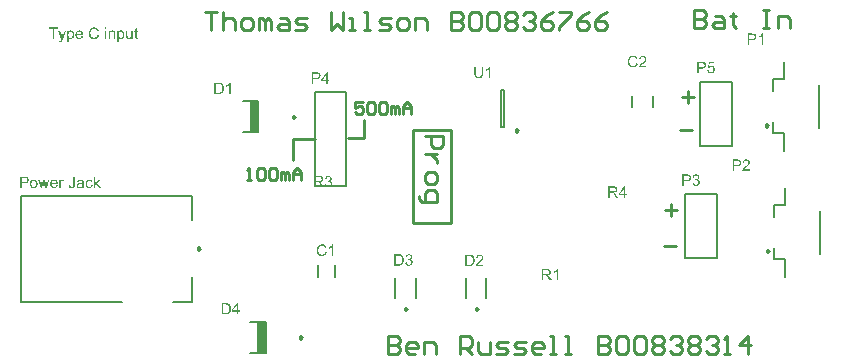
<source format=gto>
G04*
G04 #@! TF.GenerationSoftware,Altium Limited,Altium Designer,19.1.6 (110)*
G04*
G04 Layer_Color=65535*
%FSLAX25Y25*%
%MOIN*%
G70*
G01*
G75*
%ADD10C,0.00984*%
%ADD11C,0.01000*%
%ADD12C,0.00787*%
%ADD13R,0.03062X0.10236*%
G36*
X155795Y103554D02*
Y103549D01*
Y103527D01*
Y103499D01*
Y103461D01*
X155789Y103412D01*
Y103358D01*
X155784Y103292D01*
X155778Y103226D01*
X155762Y103079D01*
X155740Y102926D01*
X155707Y102779D01*
X155685Y102708D01*
X155664Y102642D01*
Y102637D01*
X155658Y102626D01*
X155647Y102610D01*
X155636Y102588D01*
X155604Y102528D01*
X155554Y102451D01*
X155489Y102364D01*
X155412Y102277D01*
X155314Y102184D01*
X155194Y102102D01*
X155189D01*
X155178Y102091D01*
X155161Y102085D01*
X155134Y102069D01*
X155101Y102053D01*
X155058Y102036D01*
X155014Y102020D01*
X154959Y101998D01*
X154899Y101976D01*
X154834Y101960D01*
X154763Y101943D01*
X154681Y101927D01*
X154599Y101916D01*
X154511Y101905D01*
X154315Y101894D01*
X154266D01*
X154228Y101900D01*
X154184D01*
X154129Y101905D01*
X154069Y101911D01*
X154009Y101916D01*
X153873Y101938D01*
X153725Y101971D01*
X153583Y102014D01*
X153447Y102075D01*
X153441D01*
X153430Y102085D01*
X153414Y102096D01*
X153392Y102107D01*
X153332Y102151D01*
X153261Y102211D01*
X153179Y102287D01*
X153103Y102375D01*
X153026Y102484D01*
X152966Y102604D01*
Y102610D01*
X152961Y102620D01*
X152955Y102642D01*
X152945Y102670D01*
X152934Y102702D01*
X152923Y102746D01*
X152906Y102795D01*
X152895Y102855D01*
X152884Y102921D01*
X152868Y102992D01*
X152857Y103068D01*
X152846Y103150D01*
X152835Y103243D01*
X152830Y103341D01*
X152824Y103445D01*
Y103554D01*
Y105738D01*
X153327D01*
Y103554D01*
Y103549D01*
Y103532D01*
Y103505D01*
Y103472D01*
X153332Y103434D01*
Y103385D01*
X153338Y103281D01*
X153349Y103161D01*
X153365Y103041D01*
X153387Y102926D01*
X153398Y102877D01*
X153414Y102828D01*
X153419Y102817D01*
X153430Y102790D01*
X153458Y102752D01*
X153490Y102697D01*
X153529Y102642D01*
X153583Y102582D01*
X153649Y102522D01*
X153725Y102473D01*
X153736Y102468D01*
X153763Y102451D01*
X153813Y102435D01*
X153878Y102413D01*
X153955Y102386D01*
X154053Y102369D01*
X154157Y102353D01*
X154271Y102348D01*
X154326D01*
X154359Y102353D01*
X154408D01*
X154457Y102358D01*
X154577Y102380D01*
X154708Y102408D01*
X154834Y102451D01*
X154954Y102511D01*
X155008Y102550D01*
X155058Y102593D01*
X155063Y102599D01*
X155069Y102604D01*
X155079Y102620D01*
X155096Y102642D01*
X155112Y102675D01*
X155134Y102708D01*
X155156Y102757D01*
X155178Y102806D01*
X155200Y102866D01*
X155216Y102937D01*
X155238Y103019D01*
X155254Y103106D01*
X155271Y103205D01*
X155281Y103308D01*
X155292Y103428D01*
Y103554D01*
Y105738D01*
X155795D01*
Y103554D01*
D02*
G37*
G36*
X158186Y101960D02*
X157722D01*
Y104914D01*
X157717Y104908D01*
X157689Y104886D01*
X157657Y104854D01*
X157602Y104815D01*
X157542Y104766D01*
X157465Y104712D01*
X157378Y104652D01*
X157280Y104592D01*
X157274D01*
X157269Y104586D01*
X157236Y104564D01*
X157182Y104537D01*
X157116Y104504D01*
X157039Y104466D01*
X156958Y104428D01*
X156876Y104390D01*
X156794Y104357D01*
Y104805D01*
X156799D01*
X156810Y104815D01*
X156832Y104821D01*
X156859Y104837D01*
X156892Y104854D01*
X156930Y104875D01*
X157023Y104930D01*
X157132Y104990D01*
X157241Y105067D01*
X157356Y105154D01*
X157471Y105247D01*
X157476Y105252D01*
X157482Y105258D01*
X157498Y105274D01*
X157520Y105290D01*
X157569Y105345D01*
X157635Y105411D01*
X157700Y105487D01*
X157771Y105574D01*
X157831Y105662D01*
X157886Y105754D01*
X158186D01*
Y101960D01*
D02*
G37*
G36*
X30181Y118249D02*
X29717D01*
Y118778D01*
X30181D01*
Y118249D01*
D02*
G37*
G36*
X26223Y118838D02*
X26272Y118833D01*
X26332Y118827D01*
X26392Y118822D01*
X26463Y118806D01*
X26610Y118773D01*
X26774Y118724D01*
X26856Y118691D01*
X26932Y118653D01*
X27009Y118604D01*
X27085Y118554D01*
X27091Y118549D01*
X27101Y118544D01*
X27123Y118527D01*
X27151Y118500D01*
X27178Y118473D01*
X27216Y118434D01*
X27254Y118391D01*
X27298Y118347D01*
X27342Y118292D01*
X27386Y118227D01*
X27435Y118161D01*
X27478Y118090D01*
X27516Y118008D01*
X27560Y117927D01*
X27593Y117839D01*
X27626Y117741D01*
X27134Y117626D01*
Y117632D01*
X27129Y117643D01*
X27118Y117665D01*
X27107Y117692D01*
X27096Y117725D01*
X27080Y117768D01*
X27036Y117856D01*
X26981Y117954D01*
X26916Y118052D01*
X26834Y118145D01*
X26747Y118227D01*
X26736Y118238D01*
X26703Y118260D01*
X26648Y118287D01*
X26577Y118325D01*
X26485Y118358D01*
X26381Y118391D01*
X26255Y118412D01*
X26119Y118418D01*
X26075D01*
X26048Y118412D01*
X26010D01*
X25966Y118407D01*
X25862Y118391D01*
X25747Y118369D01*
X25627Y118331D01*
X25502Y118276D01*
X25387Y118205D01*
X25382D01*
X25376Y118194D01*
X25338Y118167D01*
X25289Y118123D01*
X25229Y118058D01*
X25158Y117976D01*
X25092Y117883D01*
X25032Y117768D01*
X24978Y117643D01*
Y117637D01*
X24972Y117626D01*
X24967Y117610D01*
X24961Y117583D01*
X24950Y117550D01*
X24939Y117512D01*
X24923Y117419D01*
X24901Y117310D01*
X24879Y117190D01*
X24868Y117058D01*
X24863Y116917D01*
Y116911D01*
Y116895D01*
Y116867D01*
Y116835D01*
X24868Y116796D01*
Y116747D01*
X24874Y116693D01*
X24879Y116632D01*
X24896Y116501D01*
X24923Y116359D01*
X24956Y116218D01*
X24999Y116076D01*
Y116070D01*
X25005Y116059D01*
X25016Y116043D01*
X25027Y116016D01*
X25060Y115950D01*
X25109Y115874D01*
X25169Y115786D01*
X25245Y115693D01*
X25332Y115612D01*
X25436Y115535D01*
X25442D01*
X25453Y115530D01*
X25469Y115519D01*
X25491Y115508D01*
X25518Y115497D01*
X25551Y115480D01*
X25627Y115448D01*
X25726Y115415D01*
X25835Y115388D01*
X25955Y115366D01*
X26081Y115360D01*
X26119D01*
X26151Y115366D01*
X26190D01*
X26228Y115371D01*
X26326Y115393D01*
X26441Y115420D01*
X26555Y115464D01*
X26676Y115524D01*
X26736Y115557D01*
X26790Y115601D01*
X26796Y115606D01*
X26801Y115612D01*
X26818Y115628D01*
X26840Y115644D01*
X26861Y115672D01*
X26889Y115704D01*
X26921Y115737D01*
X26949Y115781D01*
X26981Y115830D01*
X27020Y115884D01*
X27052Y115939D01*
X27085Y116005D01*
X27112Y116076D01*
X27140Y116152D01*
X27167Y116234D01*
X27189Y116321D01*
X27691Y116196D01*
Y116190D01*
X27686Y116168D01*
X27675Y116136D01*
X27659Y116092D01*
X27642Y116043D01*
X27620Y115983D01*
X27593Y115917D01*
X27560Y115846D01*
X27484Y115693D01*
X27386Y115541D01*
X27325Y115464D01*
X27265Y115388D01*
X27200Y115322D01*
X27123Y115257D01*
X27118Y115251D01*
X27107Y115240D01*
X27080Y115229D01*
X27052Y115208D01*
X27009Y115180D01*
X26965Y115153D01*
X26905Y115126D01*
X26845Y115098D01*
X26774Y115066D01*
X26697Y115038D01*
X26616Y115011D01*
X26528Y114984D01*
X26435Y114962D01*
X26337Y114951D01*
X26233Y114940D01*
X26124Y114935D01*
X26064D01*
X26021Y114940D01*
X25971D01*
X25911Y114945D01*
X25846Y114956D01*
X25769Y114967D01*
X25611Y114995D01*
X25447Y115038D01*
X25283Y115098D01*
X25207Y115137D01*
X25131Y115180D01*
X25125Y115186D01*
X25114Y115191D01*
X25092Y115208D01*
X25070Y115229D01*
X25038Y115251D01*
X24999Y115284D01*
X24956Y115322D01*
X24912Y115366D01*
X24868Y115415D01*
X24819Y115464D01*
X24721Y115590D01*
X24628Y115737D01*
X24546Y115901D01*
Y115906D01*
X24535Y115923D01*
X24530Y115950D01*
X24513Y115983D01*
X24503Y116026D01*
X24486Y116081D01*
X24464Y116141D01*
X24448Y116207D01*
X24432Y116278D01*
X24410Y116359D01*
X24383Y116529D01*
X24361Y116720D01*
X24350Y116917D01*
Y116922D01*
Y116944D01*
Y116976D01*
X24355Y117015D01*
Y117069D01*
X24361Y117124D01*
X24366Y117195D01*
X24377Y117266D01*
X24404Y117424D01*
X24442Y117599D01*
X24497Y117774D01*
X24574Y117943D01*
X24579Y117948D01*
X24585Y117965D01*
X24595Y117987D01*
X24617Y118014D01*
X24639Y118052D01*
X24666Y118096D01*
X24737Y118194D01*
X24830Y118303D01*
X24939Y118412D01*
X25065Y118522D01*
X25212Y118614D01*
X25218Y118620D01*
X25234Y118625D01*
X25256Y118636D01*
X25283Y118653D01*
X25327Y118669D01*
X25371Y118685D01*
X25425Y118707D01*
X25485Y118729D01*
X25551Y118751D01*
X25622Y118773D01*
X25775Y118806D01*
X25949Y118833D01*
X26130Y118844D01*
X26184D01*
X26223Y118838D01*
D02*
G37*
G36*
X35128Y117796D02*
X35166Y117790D01*
X35248Y117779D01*
X35346Y117757D01*
X35450Y117725D01*
X35554Y117675D01*
X35657Y117615D01*
X35663D01*
X35668Y117604D01*
X35701Y117583D01*
X35750Y117539D01*
X35810Y117484D01*
X35876Y117413D01*
X35941Y117326D01*
X36007Y117222D01*
X36061Y117108D01*
Y117102D01*
X36067Y117091D01*
X36072Y117075D01*
X36083Y117053D01*
X36094Y117020D01*
X36105Y116982D01*
X36132Y116895D01*
X36160Y116785D01*
X36182Y116665D01*
X36198Y116529D01*
X36203Y116387D01*
Y116381D01*
Y116370D01*
Y116349D01*
Y116316D01*
X36198Y116278D01*
Y116234D01*
X36187Y116136D01*
X36165Y116016D01*
X36138Y115890D01*
X36100Y115759D01*
X36051Y115628D01*
Y115622D01*
X36045Y115612D01*
X36034Y115595D01*
X36023Y115573D01*
X35985Y115513D01*
X35936Y115437D01*
X35876Y115355D01*
X35799Y115273D01*
X35712Y115191D01*
X35608Y115115D01*
X35603D01*
X35597Y115109D01*
X35581Y115098D01*
X35559Y115087D01*
X35504Y115060D01*
X35428Y115027D01*
X35335Y114995D01*
X35237Y114967D01*
X35122Y114945D01*
X35008Y114940D01*
X34969D01*
X34926Y114945D01*
X34871Y114951D01*
X34806Y114962D01*
X34735Y114978D01*
X34664Y115000D01*
X34593Y115033D01*
X34587Y115038D01*
X34560Y115049D01*
X34527Y115071D01*
X34484Y115104D01*
X34440Y115137D01*
X34385Y115180D01*
X34336Y115229D01*
X34292Y115284D01*
Y113952D01*
X33828D01*
Y117741D01*
X34249D01*
Y117381D01*
X34254Y117392D01*
X34276Y117413D01*
X34303Y117452D01*
X34347Y117495D01*
X34396Y117550D01*
X34451Y117599D01*
X34516Y117648D01*
X34582Y117692D01*
X34593Y117697D01*
X34615Y117708D01*
X34658Y117725D01*
X34713Y117746D01*
X34778Y117768D01*
X34855Y117785D01*
X34942Y117796D01*
X35040Y117801D01*
X35100D01*
X35128Y117796D01*
D02*
G37*
G36*
X18393D02*
X18431Y117790D01*
X18513Y117779D01*
X18611Y117757D01*
X18715Y117725D01*
X18819Y117675D01*
X18923Y117615D01*
X18928D01*
X18933Y117604D01*
X18966Y117583D01*
X19015Y117539D01*
X19075Y117484D01*
X19141Y117413D01*
X19206Y117326D01*
X19272Y117222D01*
X19327Y117108D01*
Y117102D01*
X19332Y117091D01*
X19337Y117075D01*
X19348Y117053D01*
X19359Y117020D01*
X19370Y116982D01*
X19398Y116895D01*
X19425Y116785D01*
X19447Y116665D01*
X19463Y116529D01*
X19468Y116387D01*
Y116381D01*
Y116370D01*
Y116349D01*
Y116316D01*
X19463Y116278D01*
Y116234D01*
X19452Y116136D01*
X19430Y116016D01*
X19403Y115890D01*
X19365Y115759D01*
X19316Y115628D01*
Y115622D01*
X19310Y115612D01*
X19299Y115595D01*
X19288Y115573D01*
X19250Y115513D01*
X19201Y115437D01*
X19141Y115355D01*
X19064Y115273D01*
X18977Y115191D01*
X18873Y115115D01*
X18868D01*
X18862Y115109D01*
X18846Y115098D01*
X18824Y115087D01*
X18770Y115060D01*
X18693Y115027D01*
X18600Y114995D01*
X18502Y114967D01*
X18387Y114945D01*
X18273Y114940D01*
X18235D01*
X18191Y114945D01*
X18136Y114951D01*
X18071Y114962D01*
X18000Y114978D01*
X17929Y115000D01*
X17858Y115033D01*
X17852Y115038D01*
X17825Y115049D01*
X17792Y115071D01*
X17749Y115104D01*
X17705Y115137D01*
X17650Y115180D01*
X17601Y115229D01*
X17558Y115284D01*
Y113952D01*
X17093D01*
Y117741D01*
X17514D01*
Y117381D01*
X17519Y117392D01*
X17541Y117413D01*
X17568Y117452D01*
X17612Y117495D01*
X17661Y117550D01*
X17716Y117599D01*
X17781Y117648D01*
X17847Y117692D01*
X17858Y117697D01*
X17880Y117708D01*
X17923Y117725D01*
X17978Y117746D01*
X18043Y117768D01*
X18120Y117785D01*
X18207Y117796D01*
X18305Y117801D01*
X18365D01*
X18393Y117796D01*
D02*
G37*
G36*
X32261D02*
X32321Y117790D01*
X32392Y117779D01*
X32469Y117763D01*
X32551Y117741D01*
X32627Y117708D01*
X32638Y117703D01*
X32660Y117692D01*
X32698Y117675D01*
X32742Y117648D01*
X32796Y117615D01*
X32846Y117572D01*
X32895Y117528D01*
X32938Y117473D01*
X32944Y117468D01*
X32955Y117446D01*
X32971Y117419D01*
X32998Y117381D01*
X33020Y117326D01*
X33042Y117271D01*
X33069Y117206D01*
X33086Y117135D01*
Y117129D01*
X33091Y117108D01*
X33097Y117075D01*
X33102Y117031D01*
Y116966D01*
X33108Y116889D01*
X33113Y116796D01*
Y116682D01*
Y115000D01*
X32649D01*
Y116660D01*
Y116665D01*
Y116671D01*
Y116709D01*
Y116758D01*
X32643Y116818D01*
X32638Y116889D01*
X32627Y116960D01*
X32611Y117026D01*
X32594Y117086D01*
Y117091D01*
X32583Y117108D01*
X32567Y117135D01*
X32551Y117168D01*
X32523Y117200D01*
X32491Y117239D01*
X32447Y117277D01*
X32398Y117310D01*
X32392Y117315D01*
X32376Y117326D01*
X32343Y117337D01*
X32305Y117353D01*
X32261Y117370D01*
X32207Y117386D01*
X32141Y117392D01*
X32076Y117397D01*
X32048D01*
X32026Y117392D01*
X31972Y117386D01*
X31901Y117375D01*
X31824Y117348D01*
X31737Y117315D01*
X31650Y117271D01*
X31568Y117206D01*
X31557Y117195D01*
X31535Y117168D01*
X31519Y117146D01*
X31502Y117119D01*
X31481Y117086D01*
X31464Y117048D01*
X31442Y117004D01*
X31420Y116949D01*
X31404Y116889D01*
X31388Y116824D01*
X31377Y116753D01*
X31366Y116676D01*
X31355Y116583D01*
Y116491D01*
Y115000D01*
X30891D01*
Y117741D01*
X31306D01*
Y117348D01*
X31311Y117353D01*
X31322Y117370D01*
X31339Y117392D01*
X31360Y117419D01*
X31393Y117452D01*
X31431Y117490D01*
X31475Y117533D01*
X31530Y117577D01*
X31584Y117615D01*
X31650Y117659D01*
X31721Y117697D01*
X31797Y117730D01*
X31885Y117757D01*
X31972Y117779D01*
X32070Y117796D01*
X32174Y117801D01*
X32218D01*
X32261Y117796D01*
D02*
G37*
G36*
X15652Y114956D02*
Y114951D01*
X15646Y114935D01*
X15635Y114913D01*
X15625Y114885D01*
X15608Y114847D01*
X15592Y114803D01*
X15554Y114711D01*
X15515Y114607D01*
X15472Y114503D01*
X15428Y114410D01*
X15406Y114372D01*
X15390Y114334D01*
X15384Y114323D01*
X15368Y114296D01*
X15341Y114257D01*
X15308Y114208D01*
X15264Y114154D01*
X15215Y114099D01*
X15166Y114044D01*
X15106Y114001D01*
X15100Y113995D01*
X15079Y113984D01*
X15046Y113968D01*
X14997Y113946D01*
X14942Y113924D01*
X14877Y113908D01*
X14806Y113897D01*
X14724Y113892D01*
X14702D01*
X14675Y113897D01*
X14636D01*
X14593Y113908D01*
X14544Y113919D01*
X14489Y113930D01*
X14429Y113952D01*
X14380Y114383D01*
X14385D01*
X14407Y114378D01*
X14434Y114372D01*
X14467Y114361D01*
X14555Y114345D01*
X14642Y114339D01*
X14669D01*
X14696Y114345D01*
X14729D01*
X14811Y114361D01*
X14849Y114378D01*
X14887Y114394D01*
X14893D01*
X14904Y114405D01*
X14920Y114416D01*
X14942Y114432D01*
X14991Y114476D01*
X15035Y114536D01*
Y114541D01*
X15046Y114552D01*
X15057Y114574D01*
X15068Y114607D01*
X15089Y114651D01*
X15111Y114716D01*
X15144Y114793D01*
X15177Y114885D01*
Y114891D01*
X15188Y114913D01*
X15199Y114951D01*
X15221Y115000D01*
X14183Y117741D01*
X14675D01*
X15248Y116152D01*
Y116147D01*
X15253Y116141D01*
X15259Y116125D01*
X15264Y116097D01*
X15275Y116070D01*
X15286Y116037D01*
X15313Y115961D01*
X15346Y115868D01*
X15379Y115759D01*
X15412Y115644D01*
X15444Y115519D01*
Y115524D01*
X15450Y115535D01*
X15455Y115551D01*
X15461Y115573D01*
X15466Y115601D01*
X15477Y115633D01*
X15499Y115715D01*
X15526Y115808D01*
X15565Y115917D01*
X15597Y116026D01*
X15641Y116141D01*
X16231Y117741D01*
X16695D01*
X15652Y114956D01*
D02*
G37*
G36*
X38977Y115000D02*
X38562D01*
Y115399D01*
X38557Y115393D01*
X38546Y115377D01*
X38529Y115355D01*
X38502Y115328D01*
X38469Y115295D01*
X38431Y115251D01*
X38387Y115213D01*
X38333Y115169D01*
X38273Y115126D01*
X38207Y115087D01*
X38136Y115049D01*
X38060Y115011D01*
X37972Y114984D01*
X37885Y114962D01*
X37787Y114945D01*
X37688Y114940D01*
X37650D01*
X37601Y114945D01*
X37541Y114951D01*
X37470Y114962D01*
X37394Y114978D01*
X37317Y115000D01*
X37235Y115033D01*
X37224Y115038D01*
X37203Y115049D01*
X37164Y115071D01*
X37121Y115098D01*
X37066Y115131D01*
X37017Y115169D01*
X36968Y115213D01*
X36924Y115262D01*
X36919Y115268D01*
X36908Y115289D01*
X36891Y115317D01*
X36869Y115360D01*
X36842Y115410D01*
X36820Y115470D01*
X36799Y115535D01*
X36782Y115606D01*
Y115612D01*
X36777Y115633D01*
X36771Y115666D01*
Y115710D01*
X36766Y115775D01*
X36760Y115846D01*
X36755Y115939D01*
Y116043D01*
Y117741D01*
X37219D01*
Y116218D01*
Y116212D01*
Y116201D01*
Y116185D01*
Y116157D01*
Y116097D01*
X37224Y116021D01*
Y115939D01*
X37230Y115857D01*
X37235Y115786D01*
X37246Y115726D01*
Y115721D01*
X37257Y115699D01*
X37268Y115666D01*
X37284Y115622D01*
X37312Y115579D01*
X37345Y115530D01*
X37383Y115486D01*
X37432Y115442D01*
X37437Y115437D01*
X37459Y115426D01*
X37486Y115410D01*
X37530Y115393D01*
X37579Y115371D01*
X37639Y115355D01*
X37705Y115344D01*
X37781Y115339D01*
X37819D01*
X37858Y115344D01*
X37907Y115349D01*
X37967Y115366D01*
X38032Y115382D01*
X38103Y115410D01*
X38174Y115442D01*
X38185Y115448D01*
X38207Y115464D01*
X38240Y115486D01*
X38278Y115519D01*
X38322Y115562D01*
X38366Y115612D01*
X38404Y115666D01*
X38436Y115732D01*
X38442Y115743D01*
X38447Y115764D01*
X38458Y115808D01*
X38475Y115868D01*
X38491Y115945D01*
X38502Y116037D01*
X38508Y116147D01*
X38513Y116272D01*
Y117741D01*
X38977D01*
Y115000D01*
D02*
G37*
G36*
X30181D02*
X29717D01*
Y117741D01*
X30181D01*
Y115000D01*
D02*
G37*
G36*
X13992Y118331D02*
X12747D01*
Y115000D01*
X12245D01*
Y118331D01*
X11000D01*
Y118778D01*
X13992D01*
Y118331D01*
D02*
G37*
G36*
X40244Y117741D02*
X40713D01*
Y117381D01*
X40244D01*
Y115770D01*
Y115759D01*
Y115737D01*
Y115704D01*
X40249Y115666D01*
X40255Y115579D01*
X40260Y115541D01*
X40266Y115513D01*
X40271Y115502D01*
X40287Y115480D01*
X40309Y115453D01*
X40347Y115426D01*
X40358Y115420D01*
X40386Y115410D01*
X40435Y115399D01*
X40506Y115393D01*
X40560D01*
X40588Y115399D01*
X40626D01*
X40670Y115404D01*
X40713Y115410D01*
X40773Y115000D01*
X40762D01*
X40741Y114995D01*
X40702Y114989D01*
X40653Y114984D01*
X40599Y114973D01*
X40539Y114967D01*
X40418Y114962D01*
X40375D01*
X40331Y114967D01*
X40277Y114973D01*
X40211Y114978D01*
X40145Y114995D01*
X40085Y115011D01*
X40025Y115038D01*
X40020Y115044D01*
X40003Y115055D01*
X39982Y115071D01*
X39949Y115098D01*
X39922Y115126D01*
X39889Y115164D01*
X39856Y115202D01*
X39834Y115251D01*
Y115257D01*
X39823Y115278D01*
X39818Y115317D01*
X39807Y115371D01*
X39796Y115442D01*
X39791Y115486D01*
Y115535D01*
X39785Y115595D01*
X39780Y115655D01*
Y115721D01*
Y115797D01*
Y117381D01*
X39436D01*
Y117741D01*
X39780D01*
Y118418D01*
X40244Y118696D01*
Y117741D01*
D02*
G37*
G36*
X21243Y117796D02*
X21287Y117790D01*
X21341Y117779D01*
X21401Y117768D01*
X21472Y117752D01*
X21538Y117736D01*
X21614Y117708D01*
X21685Y117681D01*
X21762Y117643D01*
X21838Y117599D01*
X21914Y117550D01*
X21985Y117490D01*
X22051Y117424D01*
X22057Y117419D01*
X22067Y117408D01*
X22084Y117386D01*
X22106Y117353D01*
X22133Y117315D01*
X22160Y117271D01*
X22193Y117217D01*
X22226Y117151D01*
X22258Y117080D01*
X22291Y117004D01*
X22319Y116917D01*
X22346Y116824D01*
X22368Y116720D01*
X22384Y116611D01*
X22395Y116496D01*
X22400Y116370D01*
Y116365D01*
Y116343D01*
Y116305D01*
X22395Y116250D01*
X20347D01*
Y116245D01*
Y116228D01*
X20353Y116207D01*
Y116174D01*
X20358Y116136D01*
X20369Y116092D01*
X20386Y115994D01*
X20418Y115884D01*
X20462Y115764D01*
X20522Y115655D01*
X20599Y115557D01*
X20604D01*
X20610Y115546D01*
X20642Y115519D01*
X20692Y115480D01*
X20757Y115442D01*
X20844Y115399D01*
X20943Y115360D01*
X21052Y115333D01*
X21112Y115328D01*
X21177Y115322D01*
X21221D01*
X21270Y115328D01*
X21330Y115339D01*
X21396Y115355D01*
X21472Y115377D01*
X21543Y115410D01*
X21614Y115453D01*
X21620Y115459D01*
X21647Y115480D01*
X21680Y115513D01*
X21718Y115557D01*
X21762Y115617D01*
X21811Y115693D01*
X21860Y115781D01*
X21904Y115884D01*
X22384Y115824D01*
Y115819D01*
X22379Y115808D01*
X22373Y115786D01*
X22362Y115753D01*
X22346Y115721D01*
X22330Y115677D01*
X22286Y115584D01*
X22231Y115480D01*
X22155Y115371D01*
X22067Y115268D01*
X21958Y115169D01*
X21953D01*
X21942Y115158D01*
X21926Y115147D01*
X21904Y115131D01*
X21871Y115115D01*
X21838Y115098D01*
X21794Y115076D01*
X21745Y115055D01*
X21691Y115033D01*
X21636Y115011D01*
X21500Y114978D01*
X21347Y114951D01*
X21177Y114940D01*
X21117D01*
X21079Y114945D01*
X21030Y114951D01*
X20970Y114962D01*
X20904Y114973D01*
X20833Y114984D01*
X20681Y115027D01*
X20599Y115060D01*
X20522Y115093D01*
X20440Y115137D01*
X20364Y115186D01*
X20293Y115240D01*
X20222Y115306D01*
X20216Y115311D01*
X20206Y115322D01*
X20189Y115344D01*
X20167Y115377D01*
X20140Y115415D01*
X20113Y115459D01*
X20080Y115513D01*
X20047Y115573D01*
X20015Y115644D01*
X19982Y115721D01*
X19954Y115808D01*
X19927Y115901D01*
X19905Y115999D01*
X19889Y116108D01*
X19878Y116223D01*
X19873Y116343D01*
Y116349D01*
Y116376D01*
Y116409D01*
X19878Y116458D01*
X19883Y116518D01*
X19889Y116583D01*
X19900Y116660D01*
X19916Y116736D01*
X19960Y116911D01*
X19987Y116998D01*
X20020Y117091D01*
X20064Y117178D01*
X20113Y117260D01*
X20167Y117342D01*
X20227Y117419D01*
X20233Y117424D01*
X20244Y117435D01*
X20266Y117452D01*
X20293Y117479D01*
X20326Y117506D01*
X20369Y117539D01*
X20418Y117577D01*
X20479Y117610D01*
X20539Y117648D01*
X20610Y117681D01*
X20686Y117714D01*
X20768Y117741D01*
X20855Y117768D01*
X20948Y117785D01*
X21046Y117796D01*
X21150Y117801D01*
X21205D01*
X21243Y117796D01*
D02*
G37*
G36*
X203064Y63373D02*
X203577D01*
Y62947D01*
X203064D01*
Y62041D01*
X202600D01*
Y62947D01*
X200956D01*
Y63373D01*
X202687Y65819D01*
X203064D01*
Y63373D01*
D02*
G37*
G36*
X199296Y65814D02*
X199346D01*
X199460Y65808D01*
X199580Y65792D01*
X199711Y65776D01*
X199831Y65748D01*
X199891Y65732D01*
X199941Y65716D01*
X199946D01*
X199952Y65710D01*
X199984Y65694D01*
X200033Y65672D01*
X200094Y65634D01*
X200159Y65584D01*
X200230Y65519D01*
X200295Y65443D01*
X200361Y65355D01*
Y65350D01*
X200366Y65344D01*
X200388Y65311D01*
X200410Y65257D01*
X200443Y65186D01*
X200470Y65104D01*
X200498Y65006D01*
X200514Y64902D01*
X200519Y64787D01*
Y64782D01*
Y64771D01*
Y64749D01*
X200514Y64722D01*
Y64684D01*
X200508Y64645D01*
X200487Y64553D01*
X200454Y64443D01*
X200410Y64329D01*
X200345Y64214D01*
X200301Y64160D01*
X200257Y64105D01*
X200252Y64099D01*
X200246Y64094D01*
X200230Y64078D01*
X200208Y64061D01*
X200181Y64039D01*
X200148Y64017D01*
X200104Y63990D01*
X200061Y63958D01*
X200006Y63930D01*
X199946Y63903D01*
X199881Y63870D01*
X199810Y63843D01*
X199728Y63821D01*
X199646Y63794D01*
X199553Y63777D01*
X199455Y63761D01*
X199466Y63755D01*
X199487Y63744D01*
X199520Y63723D01*
X199564Y63701D01*
X199662Y63641D01*
X199711Y63603D01*
X199755Y63570D01*
X199766Y63559D01*
X199793Y63532D01*
X199837Y63488D01*
X199891Y63433D01*
X199952Y63357D01*
X200023Y63275D01*
X200094Y63177D01*
X200170Y63068D01*
X200820Y62041D01*
X200197D01*
X199700Y62827D01*
Y62833D01*
X199689Y62844D01*
X199679Y62860D01*
X199662Y62882D01*
X199624Y62942D01*
X199575Y63018D01*
X199515Y63100D01*
X199455Y63188D01*
X199395Y63270D01*
X199340Y63346D01*
X199335Y63351D01*
X199318Y63373D01*
X199291Y63406D01*
X199253Y63444D01*
X199171Y63526D01*
X199127Y63564D01*
X199083Y63597D01*
X199078Y63603D01*
X199067Y63608D01*
X199045Y63619D01*
X199012Y63635D01*
X198980Y63652D01*
X198941Y63668D01*
X198854Y63695D01*
X198849D01*
X198838Y63701D01*
X198816D01*
X198789Y63706D01*
X198750Y63712D01*
X198707D01*
X198647Y63717D01*
X198002D01*
Y62041D01*
X197500D01*
Y65819D01*
X199253D01*
X199296Y65814D01*
D02*
G37*
G36*
X104314Y69319D02*
X104385Y69308D01*
X104472Y69292D01*
X104571Y69265D01*
X104669Y69232D01*
X104767Y69188D01*
X104773D01*
X104778Y69183D01*
X104811Y69166D01*
X104860Y69134D01*
X104915Y69095D01*
X104980Y69041D01*
X105046Y68981D01*
X105111Y68910D01*
X105166Y68828D01*
X105171Y68817D01*
X105188Y68790D01*
X105209Y68740D01*
X105237Y68680D01*
X105264Y68609D01*
X105286Y68528D01*
X105302Y68435D01*
X105308Y68342D01*
Y68331D01*
Y68298D01*
X105302Y68255D01*
X105291Y68195D01*
X105275Y68124D01*
X105248Y68047D01*
X105215Y67971D01*
X105171Y67894D01*
X105166Y67883D01*
X105149Y67861D01*
X105117Y67823D01*
X105073Y67779D01*
X105018Y67730D01*
X104953Y67676D01*
X104876Y67627D01*
X104784Y67577D01*
X104789D01*
X104800Y67572D01*
X104816Y67567D01*
X104838Y67561D01*
X104898Y67539D01*
X104975Y67506D01*
X105062Y67463D01*
X105149Y67408D01*
X105231Y67337D01*
X105308Y67255D01*
X105313Y67244D01*
X105335Y67212D01*
X105368Y67157D01*
X105401Y67086D01*
X105433Y66999D01*
X105466Y66895D01*
X105488Y66775D01*
X105493Y66644D01*
Y66638D01*
Y66622D01*
Y66595D01*
X105488Y66562D01*
X105482Y66518D01*
X105472Y66469D01*
X105461Y66414D01*
X105450Y66355D01*
X105406Y66223D01*
X105373Y66152D01*
X105341Y66087D01*
X105297Y66016D01*
X105248Y65945D01*
X105193Y65874D01*
X105128Y65808D01*
X105122Y65803D01*
X105111Y65792D01*
X105089Y65776D01*
X105062Y65754D01*
X105029Y65727D01*
X104986Y65699D01*
X104936Y65667D01*
X104876Y65639D01*
X104816Y65606D01*
X104745Y65574D01*
X104674Y65546D01*
X104593Y65519D01*
X104505Y65497D01*
X104412Y65481D01*
X104320Y65470D01*
X104216Y65465D01*
X104167D01*
X104134Y65470D01*
X104090Y65475D01*
X104041Y65481D01*
X103986Y65492D01*
X103926Y65503D01*
X103795Y65535D01*
X103659Y65590D01*
X103588Y65623D01*
X103522Y65661D01*
X103457Y65710D01*
X103391Y65759D01*
X103386Y65765D01*
X103375Y65776D01*
X103358Y65792D01*
X103342Y65814D01*
X103315Y65841D01*
X103287Y65879D01*
X103255Y65918D01*
X103222Y65967D01*
X103189Y66021D01*
X103156Y66076D01*
X103096Y66207D01*
X103047Y66360D01*
X103031Y66442D01*
X103020Y66529D01*
X103484Y66589D01*
Y66584D01*
X103489Y66573D01*
X103495Y66551D01*
X103500Y66524D01*
X103506Y66491D01*
X103517Y66453D01*
X103544Y66371D01*
X103582Y66273D01*
X103631Y66180D01*
X103686Y66092D01*
X103752Y66016D01*
X103762Y66010D01*
X103784Y65989D01*
X103828Y65961D01*
X103883Y65934D01*
X103948Y65901D01*
X104030Y65874D01*
X104123Y65852D01*
X104221Y65847D01*
X104254D01*
X104276Y65852D01*
X104336Y65858D01*
X104412Y65874D01*
X104500Y65901D01*
X104593Y65939D01*
X104685Y65994D01*
X104773Y66070D01*
X104784Y66082D01*
X104811Y66114D01*
X104844Y66163D01*
X104887Y66229D01*
X104931Y66311D01*
X104964Y66404D01*
X104991Y66513D01*
X105002Y66633D01*
Y66638D01*
Y66649D01*
Y66666D01*
X104997Y66688D01*
X104991Y66748D01*
X104975Y66819D01*
X104953Y66906D01*
X104915Y66993D01*
X104860Y67081D01*
X104789Y67163D01*
X104778Y67173D01*
X104751Y67195D01*
X104707Y67228D01*
X104647Y67266D01*
X104571Y67304D01*
X104478Y67337D01*
X104374Y67359D01*
X104259Y67370D01*
X104210D01*
X104172Y67365D01*
X104123Y67359D01*
X104068Y67348D01*
X104003Y67337D01*
X103932Y67321D01*
X103986Y67730D01*
X104014D01*
X104035Y67725D01*
X104106D01*
X104167Y67736D01*
X104238Y67747D01*
X104320Y67763D01*
X104412Y67790D01*
X104500Y67829D01*
X104593Y67878D01*
X104598D01*
X104603Y67883D01*
X104631Y67905D01*
X104669Y67943D01*
X104713Y67993D01*
X104756Y68063D01*
X104795Y68145D01*
X104822Y68238D01*
X104833Y68293D01*
Y68353D01*
Y68358D01*
Y68364D01*
Y68397D01*
X104822Y68440D01*
X104811Y68500D01*
X104789Y68566D01*
X104762Y68637D01*
X104718Y68708D01*
X104658Y68773D01*
X104653Y68779D01*
X104625Y68800D01*
X104587Y68828D01*
X104538Y68861D01*
X104472Y68888D01*
X104396Y68915D01*
X104308Y68937D01*
X104210Y68942D01*
X104167D01*
X104117Y68932D01*
X104052Y68921D01*
X103981Y68899D01*
X103910Y68871D01*
X103833Y68828D01*
X103762Y68773D01*
X103757Y68768D01*
X103735Y68740D01*
X103702Y68702D01*
X103664Y68648D01*
X103626Y68577D01*
X103588Y68489D01*
X103555Y68386D01*
X103533Y68265D01*
X103069Y68347D01*
Y68353D01*
X103075Y68369D01*
X103080Y68391D01*
X103085Y68424D01*
X103096Y68462D01*
X103113Y68506D01*
X103146Y68609D01*
X103200Y68730D01*
X103266Y68850D01*
X103348Y68964D01*
X103451Y69068D01*
X103457Y69073D01*
X103468Y69079D01*
X103484Y69090D01*
X103506Y69106D01*
X103533Y69128D01*
X103571Y69150D01*
X103610Y69172D01*
X103659Y69199D01*
X103768Y69243D01*
X103894Y69287D01*
X104041Y69314D01*
X104117Y69325D01*
X104254D01*
X104314Y69319D01*
D02*
G37*
G36*
X101196Y69303D02*
X101245D01*
X101360Y69297D01*
X101480Y69281D01*
X101611Y69265D01*
X101731Y69237D01*
X101792Y69221D01*
X101841Y69205D01*
X101846D01*
X101851Y69199D01*
X101884Y69183D01*
X101933Y69161D01*
X101994Y69123D01*
X102059Y69073D01*
X102130Y69008D01*
X102196Y68932D01*
X102261Y68844D01*
Y68839D01*
X102267Y68833D01*
X102288Y68800D01*
X102310Y68746D01*
X102343Y68675D01*
X102370Y68593D01*
X102398Y68495D01*
X102414Y68391D01*
X102419Y68276D01*
Y68271D01*
Y68260D01*
Y68238D01*
X102414Y68211D01*
Y68173D01*
X102409Y68134D01*
X102387Y68042D01*
X102354Y67932D01*
X102310Y67818D01*
X102245Y67703D01*
X102201Y67649D01*
X102157Y67594D01*
X102152Y67588D01*
X102146Y67583D01*
X102130Y67567D01*
X102108Y67550D01*
X102081Y67528D01*
X102048Y67506D01*
X102004Y67479D01*
X101961Y67447D01*
X101906Y67419D01*
X101846Y67392D01*
X101781Y67359D01*
X101710Y67332D01*
X101628Y67310D01*
X101546Y67283D01*
X101453Y67266D01*
X101355Y67250D01*
X101366Y67244D01*
X101387Y67234D01*
X101420Y67212D01*
X101464Y67190D01*
X101562Y67130D01*
X101611Y67092D01*
X101655Y67059D01*
X101666Y67048D01*
X101693Y67021D01*
X101737Y66977D01*
X101792Y66922D01*
X101851Y66846D01*
X101923Y66764D01*
X101994Y66666D01*
X102070Y66557D01*
X102720Y65530D01*
X102097D01*
X101600Y66316D01*
Y66322D01*
X101590Y66333D01*
X101578Y66349D01*
X101562Y66371D01*
X101524Y66431D01*
X101475Y66507D01*
X101415Y66589D01*
X101355Y66677D01*
X101295Y66759D01*
X101240Y66835D01*
X101235Y66840D01*
X101218Y66862D01*
X101191Y66895D01*
X101153Y66933D01*
X101071Y67015D01*
X101027Y67053D01*
X100983Y67086D01*
X100978Y67092D01*
X100967Y67097D01*
X100945Y67108D01*
X100912Y67124D01*
X100880Y67141D01*
X100841Y67157D01*
X100754Y67184D01*
X100749D01*
X100738Y67190D01*
X100716D01*
X100689Y67195D01*
X100650Y67201D01*
X100607D01*
X100547Y67206D01*
X99902D01*
Y65530D01*
X99400D01*
Y69308D01*
X101153D01*
X101196Y69303D01*
D02*
G37*
G36*
X180703Y34500D02*
X180239D01*
Y37454D01*
X180233Y37448D01*
X180206Y37427D01*
X180173Y37394D01*
X180119Y37356D01*
X180058Y37306D01*
X179982Y37252D01*
X179895Y37192D01*
X179796Y37132D01*
X179791D01*
X179785Y37126D01*
X179753Y37104D01*
X179698Y37077D01*
X179633Y37044D01*
X179556Y37006D01*
X179474Y36968D01*
X179392Y36930D01*
X179310Y36897D01*
Y37345D01*
X179316D01*
X179327Y37356D01*
X179349Y37361D01*
X179376Y37377D01*
X179409Y37394D01*
X179447Y37416D01*
X179540Y37470D01*
X179649Y37530D01*
X179758Y37607D01*
X179873Y37694D01*
X179988Y37787D01*
X179993Y37792D01*
X179998Y37798D01*
X180015Y37814D01*
X180037Y37831D01*
X180086Y37885D01*
X180151Y37951D01*
X180217Y38027D01*
X180288Y38115D01*
X180348Y38202D01*
X180402Y38295D01*
X180703D01*
Y34500D01*
D02*
G37*
G36*
X177137Y38273D02*
X177187D01*
X177301Y38267D01*
X177421Y38251D01*
X177552Y38235D01*
X177672Y38207D01*
X177733Y38191D01*
X177782Y38175D01*
X177787D01*
X177793Y38169D01*
X177825Y38153D01*
X177874Y38131D01*
X177935Y38093D01*
X178000Y38043D01*
X178071Y37978D01*
X178137Y37902D01*
X178202Y37814D01*
Y37809D01*
X178208Y37803D01*
X178229Y37771D01*
X178251Y37716D01*
X178284Y37645D01*
X178311Y37563D01*
X178339Y37465D01*
X178355Y37361D01*
X178360Y37246D01*
Y37241D01*
Y37230D01*
Y37208D01*
X178355Y37181D01*
Y37143D01*
X178349Y37104D01*
X178328Y37012D01*
X178295Y36902D01*
X178251Y36788D01*
X178186Y36673D01*
X178142Y36619D01*
X178098Y36564D01*
X178093Y36558D01*
X178087Y36553D01*
X178071Y36537D01*
X178049Y36520D01*
X178022Y36498D01*
X177989Y36476D01*
X177945Y36449D01*
X177902Y36417D01*
X177847Y36389D01*
X177787Y36362D01*
X177722Y36329D01*
X177651Y36302D01*
X177569Y36280D01*
X177487Y36253D01*
X177394Y36236D01*
X177296Y36220D01*
X177307Y36214D01*
X177328Y36204D01*
X177361Y36182D01*
X177405Y36160D01*
X177503Y36100D01*
X177552Y36062D01*
X177596Y36029D01*
X177607Y36018D01*
X177634Y35991D01*
X177678Y35947D01*
X177733Y35892D01*
X177793Y35816D01*
X177864Y35734D01*
X177935Y35636D01*
X178011Y35526D01*
X178661Y34500D01*
X178038D01*
X177541Y35286D01*
Y35292D01*
X177531Y35303D01*
X177520Y35319D01*
X177503Y35341D01*
X177465Y35401D01*
X177416Y35477D01*
X177356Y35559D01*
X177296Y35647D01*
X177236Y35728D01*
X177181Y35805D01*
X177176Y35810D01*
X177159Y35832D01*
X177132Y35865D01*
X177094Y35903D01*
X177012Y35985D01*
X176968Y36023D01*
X176924Y36056D01*
X176919Y36062D01*
X176908Y36067D01*
X176886Y36078D01*
X176853Y36094D01*
X176821Y36111D01*
X176782Y36127D01*
X176695Y36154D01*
X176690D01*
X176679Y36160D01*
X176657D01*
X176630Y36165D01*
X176591Y36171D01*
X176548D01*
X176488Y36176D01*
X175843D01*
Y34500D01*
X175341D01*
Y38278D01*
X177094D01*
X177137Y38273D01*
D02*
G37*
G36*
X15640Y68095D02*
X15700Y68085D01*
X15771Y68063D01*
X15847Y68036D01*
X15935Y67997D01*
X16027Y67948D01*
X15858Y67522D01*
X15853Y67528D01*
X15831Y67539D01*
X15798Y67555D01*
X15754Y67571D01*
X15705Y67588D01*
X15645Y67604D01*
X15585Y67615D01*
X15525Y67620D01*
X15498D01*
X15470Y67615D01*
X15432Y67610D01*
X15394Y67599D01*
X15345Y67582D01*
X15296Y67560D01*
X15252Y67528D01*
X15247Y67522D01*
X15230Y67511D01*
X15214Y67489D01*
X15187Y67462D01*
X15159Y67424D01*
X15132Y67380D01*
X15105Y67331D01*
X15083Y67271D01*
X15077Y67260D01*
X15072Y67227D01*
X15061Y67178D01*
X15044Y67113D01*
X15028Y67031D01*
X15017Y66938D01*
X15012Y66840D01*
X15006Y66730D01*
Y65300D01*
X14542D01*
Y68041D01*
X14963D01*
Y67626D01*
X14968Y67631D01*
X14990Y67670D01*
X15017Y67719D01*
X15061Y67779D01*
X15105Y67839D01*
X15154Y67904D01*
X15203Y67959D01*
X15252Y68003D01*
X15258Y68008D01*
X15274Y68019D01*
X15307Y68036D01*
X15339Y68052D01*
X15383Y68068D01*
X15438Y68085D01*
X15492Y68095D01*
X15552Y68101D01*
X15590D01*
X15640Y68095D01*
D02*
G37*
G36*
X24540D02*
X24572D01*
X24616Y68090D01*
X24720Y68074D01*
X24834Y68046D01*
X24954Y68003D01*
X25075Y67948D01*
X25189Y67872D01*
X25195D01*
X25200Y67861D01*
X25233Y67828D01*
X25282Y67779D01*
X25342Y67708D01*
X25402Y67620D01*
X25462Y67511D01*
X25517Y67386D01*
X25555Y67238D01*
X25102Y67167D01*
Y67173D01*
X25096Y67178D01*
X25091Y67211D01*
X25075Y67260D01*
X25047Y67320D01*
X25020Y67386D01*
X24976Y67457D01*
X24927Y67522D01*
X24872Y67577D01*
X24867Y67582D01*
X24845Y67599D01*
X24807Y67620D01*
X24763Y67648D01*
X24703Y67675D01*
X24638Y67697D01*
X24561Y67713D01*
X24479Y67719D01*
X24447D01*
X24419Y67713D01*
X24359Y67708D01*
X24277Y67686D01*
X24190Y67659D01*
X24092Y67615D01*
X23999Y67550D01*
X23955Y67511D01*
X23912Y67468D01*
Y67462D01*
X23901Y67457D01*
X23890Y67440D01*
X23879Y67418D01*
X23862Y67391D01*
X23841Y67358D01*
X23824Y67320D01*
X23802Y67277D01*
X23780Y67222D01*
X23764Y67162D01*
X23742Y67096D01*
X23726Y67025D01*
X23715Y66949D01*
X23704Y66862D01*
X23693Y66769D01*
Y66671D01*
Y66665D01*
Y66649D01*
Y66616D01*
X23699Y66583D01*
Y66534D01*
X23704Y66485D01*
X23720Y66365D01*
X23742Y66234D01*
X23780Y66097D01*
X23830Y65977D01*
X23862Y65917D01*
X23901Y65868D01*
X23912Y65857D01*
X23939Y65830D01*
X23988Y65791D01*
X24048Y65748D01*
X24130Y65699D01*
X24223Y65660D01*
X24332Y65633D01*
X24392Y65628D01*
X24452Y65622D01*
X24463D01*
X24496Y65628D01*
X24550Y65633D01*
X24611Y65644D01*
X24681Y65660D01*
X24758Y65693D01*
X24834Y65731D01*
X24905Y65786D01*
X24916Y65791D01*
X24933Y65819D01*
X24965Y65857D01*
X25004Y65917D01*
X25042Y65988D01*
X25085Y66075D01*
X25118Y66185D01*
X25140Y66305D01*
X25599Y66245D01*
Y66239D01*
X25593Y66223D01*
X25588Y66201D01*
X25582Y66168D01*
X25571Y66124D01*
X25561Y66081D01*
X25522Y65972D01*
X25473Y65857D01*
X25402Y65731D01*
X25315Y65611D01*
X25266Y65557D01*
X25211Y65502D01*
X25206Y65497D01*
X25195Y65491D01*
X25178Y65480D01*
X25157Y65464D01*
X25129Y65442D01*
X25091Y65420D01*
X25047Y65398D01*
X25004Y65371D01*
X24894Y65322D01*
X24763Y65284D01*
X24621Y65251D01*
X24540Y65245D01*
X24458Y65240D01*
X24403D01*
X24365Y65245D01*
X24316Y65251D01*
X24261Y65262D01*
X24201Y65273D01*
X24135Y65284D01*
X23988Y65327D01*
X23917Y65360D01*
X23841Y65393D01*
X23764Y65437D01*
X23693Y65486D01*
X23622Y65540D01*
X23557Y65606D01*
X23551Y65611D01*
X23540Y65622D01*
X23524Y65644D01*
X23502Y65671D01*
X23480Y65710D01*
X23448Y65759D01*
X23420Y65813D01*
X23387Y65873D01*
X23355Y65944D01*
X23327Y66026D01*
X23295Y66108D01*
X23273Y66206D01*
X23251Y66305D01*
X23234Y66419D01*
X23224Y66534D01*
X23218Y66659D01*
Y66665D01*
Y66681D01*
Y66703D01*
Y66736D01*
X23224Y66774D01*
Y66818D01*
X23229Y66867D01*
X23234Y66922D01*
X23251Y67042D01*
X23278Y67173D01*
X23311Y67304D01*
X23360Y67435D01*
Y67440D01*
X23366Y67451D01*
X23377Y67468D01*
X23387Y67489D01*
X23420Y67550D01*
X23469Y67620D01*
X23535Y67702D01*
X23611Y67784D01*
X23704Y67866D01*
X23808Y67932D01*
X23813D01*
X23824Y67937D01*
X23841Y67948D01*
X23862Y67959D01*
X23890Y67970D01*
X23923Y67986D01*
X24004Y68019D01*
X24097Y68046D01*
X24212Y68074D01*
X24332Y68095D01*
X24463Y68101D01*
X24507D01*
X24540Y68095D01*
D02*
G37*
G36*
X10354Y65300D02*
X9879D01*
X9443Y66938D01*
X9333Y67408D01*
X8782Y65300D01*
X8291D01*
X7461Y68041D01*
X7947D01*
X8383Y66457D01*
X8536Y65868D01*
Y65873D01*
X8542Y65884D01*
X8547Y65912D01*
X8553Y65928D01*
X8558Y65955D01*
X8563Y65988D01*
X8574Y66026D01*
X8585Y66070D01*
X8602Y66124D01*
X8618Y66185D01*
X8635Y66255D01*
X8656Y66337D01*
X8678Y66430D01*
X9115Y68041D01*
X9590D01*
X10000Y66447D01*
X10136Y65922D01*
X10294Y66452D01*
X10764Y68041D01*
X11217D01*
X10354Y65300D01*
D02*
G37*
G36*
X19658Y66501D02*
Y66496D01*
Y66479D01*
Y66457D01*
Y66425D01*
X19653Y66381D01*
Y66337D01*
X19642Y66234D01*
X19631Y66114D01*
X19609Y65988D01*
X19576Y65873D01*
X19538Y65764D01*
Y65759D01*
X19533Y65753D01*
X19516Y65720D01*
X19489Y65677D01*
X19451Y65617D01*
X19396Y65557D01*
X19336Y65491D01*
X19260Y65426D01*
X19172Y65371D01*
X19161Y65365D01*
X19129Y65349D01*
X19080Y65327D01*
X19008Y65306D01*
X18921Y65278D01*
X18823Y65256D01*
X18714Y65240D01*
X18594Y65235D01*
X18544D01*
X18512Y65240D01*
X18468Y65245D01*
X18424Y65251D01*
X18310Y65273D01*
X18190Y65306D01*
X18064Y65355D01*
X17998Y65387D01*
X17938Y65426D01*
X17884Y65469D01*
X17829Y65518D01*
X17824Y65524D01*
X17818Y65529D01*
X17807Y65551D01*
X17791Y65573D01*
X17769Y65600D01*
X17747Y65639D01*
X17725Y65682D01*
X17698Y65731D01*
X17676Y65786D01*
X17654Y65851D01*
X17633Y65917D01*
X17611Y65993D01*
X17600Y66075D01*
X17583Y66168D01*
X17578Y66261D01*
Y66365D01*
X18031Y66430D01*
Y66425D01*
Y66414D01*
Y66392D01*
X18037Y66359D01*
X18042Y66326D01*
Y66288D01*
X18058Y66195D01*
X18075Y66097D01*
X18108Y65999D01*
X18140Y65912D01*
X18162Y65873D01*
X18190Y65841D01*
X18195Y65835D01*
X18217Y65819D01*
X18250Y65791D01*
X18293Y65764D01*
X18353Y65731D01*
X18419Y65710D01*
X18501Y65688D01*
X18588Y65682D01*
X18621D01*
X18654Y65688D01*
X18703Y65693D01*
X18752Y65704D01*
X18807Y65715D01*
X18861Y65737D01*
X18916Y65764D01*
X18921Y65770D01*
X18937Y65781D01*
X18959Y65802D01*
X18992Y65824D01*
X19019Y65862D01*
X19052Y65901D01*
X19080Y65944D01*
X19101Y65999D01*
Y66004D01*
X19112Y66026D01*
X19118Y66064D01*
X19129Y66114D01*
X19139Y66179D01*
X19145Y66261D01*
X19156Y66359D01*
Y66474D01*
Y69078D01*
X19658D01*
Y66501D01*
D02*
G37*
G36*
X26461Y66922D02*
X27559Y68041D01*
X28165D01*
X27111Y67020D01*
X28269Y65300D01*
X27695D01*
X26783Y66698D01*
X26461Y66386D01*
Y65300D01*
X25997D01*
Y69078D01*
X26461D01*
Y66922D01*
D02*
G37*
G36*
X21695Y68095D02*
X21777Y68090D01*
X21869Y68079D01*
X21962Y68063D01*
X22055Y68041D01*
X22142Y68014D01*
X22153Y68008D01*
X22181Y67997D01*
X22219Y67981D01*
X22268Y67959D01*
X22323Y67926D01*
X22377Y67893D01*
X22426Y67850D01*
X22470Y67806D01*
X22476Y67801D01*
X22487Y67784D01*
X22503Y67757D01*
X22525Y67724D01*
X22552Y67675D01*
X22574Y67626D01*
X22596Y67566D01*
X22612Y67495D01*
Y67489D01*
X22618Y67473D01*
X22623Y67440D01*
X22628Y67397D01*
Y67337D01*
X22634Y67266D01*
X22639Y67173D01*
Y67069D01*
Y66447D01*
Y66441D01*
Y66419D01*
Y66386D01*
Y66343D01*
Y66294D01*
Y66234D01*
X22645Y66103D01*
Y65966D01*
X22650Y65830D01*
X22656Y65770D01*
Y65715D01*
X22661Y65666D01*
X22667Y65628D01*
Y65622D01*
X22672Y65600D01*
X22678Y65567D01*
X22694Y65524D01*
X22705Y65475D01*
X22727Y65420D01*
X22754Y65360D01*
X22781Y65300D01*
X22295D01*
X22290Y65306D01*
X22285Y65327D01*
X22274Y65355D01*
X22257Y65398D01*
X22241Y65447D01*
X22230Y65508D01*
X22219Y65573D01*
X22208Y65644D01*
X22203D01*
X22197Y65633D01*
X22164Y65606D01*
X22115Y65567D01*
X22050Y65518D01*
X21968Y65469D01*
X21886Y65415D01*
X21799Y65365D01*
X21706Y65327D01*
X21695Y65322D01*
X21662Y65316D01*
X21613Y65300D01*
X21553Y65284D01*
X21476Y65267D01*
X21389Y65256D01*
X21291Y65245D01*
X21192Y65240D01*
X21149D01*
X21116Y65245D01*
X21078D01*
X21034Y65251D01*
X20936Y65267D01*
X20827Y65294D01*
X20707Y65333D01*
X20597Y65387D01*
X20499Y65458D01*
X20488Y65469D01*
X20461Y65497D01*
X20423Y65546D01*
X20379Y65611D01*
X20335Y65693D01*
X20297Y65786D01*
X20270Y65901D01*
X20264Y65955D01*
X20259Y66021D01*
Y66032D01*
Y66053D01*
X20264Y66092D01*
X20270Y66141D01*
X20281Y66201D01*
X20297Y66261D01*
X20319Y66326D01*
X20346Y66386D01*
X20352Y66392D01*
X20363Y66414D01*
X20384Y66447D01*
X20412Y66485D01*
X20445Y66528D01*
X20488Y66572D01*
X20532Y66616D01*
X20586Y66654D01*
X20592Y66659D01*
X20614Y66671D01*
X20641Y66692D01*
X20685Y66714D01*
X20734Y66736D01*
X20794Y66763D01*
X20854Y66785D01*
X20925Y66807D01*
X20930D01*
X20952Y66812D01*
X20985Y66823D01*
X21029Y66829D01*
X21083Y66840D01*
X21154Y66851D01*
X21236Y66867D01*
X21335Y66878D01*
X21340D01*
X21362Y66883D01*
X21389D01*
X21427Y66889D01*
X21471Y66894D01*
X21526Y66905D01*
X21586Y66911D01*
X21651Y66922D01*
X21782Y66949D01*
X21924Y66976D01*
X22050Y67009D01*
X22110Y67025D01*
X22164Y67042D01*
Y67047D01*
Y67058D01*
X22170Y67091D01*
Y67129D01*
Y67151D01*
Y67162D01*
Y67167D01*
Y67173D01*
Y67206D01*
X22164Y67260D01*
X22153Y67320D01*
X22137Y67386D01*
X22110Y67451D01*
X22077Y67511D01*
X22033Y67560D01*
X22028Y67566D01*
X22001Y67588D01*
X21957Y67610D01*
X21902Y67642D01*
X21826Y67670D01*
X21738Y67697D01*
X21629Y67713D01*
X21504Y67719D01*
X21449D01*
X21395Y67713D01*
X21318Y67702D01*
X21242Y67691D01*
X21160Y67670D01*
X21083Y67642D01*
X21018Y67604D01*
X21012Y67599D01*
X20990Y67582D01*
X20963Y67555D01*
X20930Y67511D01*
X20898Y67457D01*
X20859Y67386D01*
X20827Y67298D01*
X20794Y67200D01*
X20341Y67260D01*
Y67266D01*
X20346Y67271D01*
Y67287D01*
X20352Y67309D01*
X20368Y67358D01*
X20390Y67429D01*
X20417Y67500D01*
X20450Y67577D01*
X20494Y67653D01*
X20543Y67724D01*
X20548Y67730D01*
X20570Y67751D01*
X20603Y67784D01*
X20647Y67828D01*
X20707Y67872D01*
X20777Y67915D01*
X20859Y67965D01*
X20952Y68003D01*
X20958D01*
X20963Y68008D01*
X20980Y68014D01*
X21001Y68019D01*
X21056Y68036D01*
X21132Y68052D01*
X21220Y68068D01*
X21329Y68085D01*
X21444Y68095D01*
X21575Y68101D01*
X21635D01*
X21695Y68095D01*
D02*
G37*
G36*
X3032Y69073D02*
X3125Y69067D01*
X3224Y69062D01*
X3317Y69051D01*
X3398Y69040D01*
X3409D01*
X3447Y69029D01*
X3497Y69018D01*
X3562Y69002D01*
X3633Y68975D01*
X3710Y68942D01*
X3791Y68904D01*
X3862Y68860D01*
X3873Y68854D01*
X3895Y68838D01*
X3928Y68805D01*
X3972Y68767D01*
X4021Y68718D01*
X4070Y68652D01*
X4124Y68581D01*
X4168Y68500D01*
X4174Y68489D01*
X4185Y68461D01*
X4206Y68412D01*
X4228Y68347D01*
X4245Y68270D01*
X4267Y68183D01*
X4277Y68085D01*
X4283Y67981D01*
Y67975D01*
Y67959D01*
Y67937D01*
X4277Y67899D01*
X4272Y67861D01*
X4267Y67812D01*
X4256Y67757D01*
X4245Y67697D01*
X4206Y67571D01*
X4185Y67506D01*
X4152Y67435D01*
X4114Y67364D01*
X4075Y67298D01*
X4026Y67233D01*
X3972Y67167D01*
X3966Y67162D01*
X3955Y67151D01*
X3939Y67135D01*
X3912Y67118D01*
X3879Y67091D01*
X3835Y67064D01*
X3781Y67031D01*
X3720Y67004D01*
X3650Y66971D01*
X3568Y66938D01*
X3480Y66911D01*
X3376Y66889D01*
X3267Y66867D01*
X3147Y66851D01*
X3011Y66840D01*
X2869Y66834D01*
X1902D01*
Y65300D01*
X1400D01*
Y69078D01*
X2951D01*
X3032Y69073D01*
D02*
G37*
G36*
X12822Y68095D02*
X12866Y68090D01*
X12921Y68079D01*
X12981Y68068D01*
X13052Y68052D01*
X13117Y68036D01*
X13194Y68008D01*
X13265Y67981D01*
X13341Y67943D01*
X13418Y67899D01*
X13494Y67850D01*
X13565Y67790D01*
X13630Y67724D01*
X13636Y67719D01*
X13647Y67708D01*
X13663Y67686D01*
X13685Y67653D01*
X13712Y67615D01*
X13740Y67571D01*
X13772Y67517D01*
X13805Y67451D01*
X13838Y67380D01*
X13871Y67304D01*
X13898Y67216D01*
X13925Y67124D01*
X13947Y67020D01*
X13963Y66911D01*
X13974Y66796D01*
X13980Y66671D01*
Y66665D01*
Y66643D01*
Y66605D01*
X13974Y66550D01*
X11927D01*
Y66545D01*
Y66528D01*
X11932Y66507D01*
Y66474D01*
X11938Y66436D01*
X11949Y66392D01*
X11965Y66294D01*
X11998Y66185D01*
X12042Y66064D01*
X12102Y65955D01*
X12178Y65857D01*
X12184D01*
X12189Y65846D01*
X12222Y65819D01*
X12271Y65781D01*
X12336Y65742D01*
X12424Y65699D01*
X12522Y65660D01*
X12631Y65633D01*
X12691Y65628D01*
X12757Y65622D01*
X12800D01*
X12850Y65628D01*
X12910Y65639D01*
X12975Y65655D01*
X13052Y65677D01*
X13123Y65710D01*
X13194Y65753D01*
X13199Y65759D01*
X13226Y65781D01*
X13259Y65813D01*
X13297Y65857D01*
X13341Y65917D01*
X13390Y65993D01*
X13439Y66081D01*
X13483Y66185D01*
X13963Y66124D01*
Y66119D01*
X13958Y66108D01*
X13952Y66086D01*
X13942Y66053D01*
X13925Y66021D01*
X13909Y65977D01*
X13865Y65884D01*
X13811Y65781D01*
X13734Y65671D01*
X13647Y65567D01*
X13538Y65469D01*
X13532D01*
X13521Y65458D01*
X13505Y65447D01*
X13483Y65431D01*
X13450Y65415D01*
X13418Y65398D01*
X13374Y65376D01*
X13325Y65355D01*
X13270Y65333D01*
X13215Y65311D01*
X13079Y65278D01*
X12926Y65251D01*
X12757Y65240D01*
X12697D01*
X12659Y65245D01*
X12609Y65251D01*
X12549Y65262D01*
X12484Y65273D01*
X12413Y65284D01*
X12260Y65327D01*
X12178Y65360D01*
X12102Y65393D01*
X12020Y65437D01*
X11943Y65486D01*
X11872Y65540D01*
X11801Y65606D01*
X11796Y65611D01*
X11785Y65622D01*
X11768Y65644D01*
X11747Y65677D01*
X11719Y65715D01*
X11692Y65759D01*
X11659Y65813D01*
X11627Y65873D01*
X11594Y65944D01*
X11561Y66021D01*
X11534Y66108D01*
X11507Y66201D01*
X11485Y66299D01*
X11468Y66408D01*
X11457Y66523D01*
X11452Y66643D01*
Y66649D01*
Y66676D01*
Y66709D01*
X11457Y66758D01*
X11463Y66818D01*
X11468Y66883D01*
X11479Y66960D01*
X11496Y67036D01*
X11539Y67211D01*
X11567Y67298D01*
X11599Y67391D01*
X11643Y67479D01*
X11692Y67560D01*
X11747Y67642D01*
X11807Y67719D01*
X11812Y67724D01*
X11823Y67735D01*
X11845Y67751D01*
X11872Y67779D01*
X11905Y67806D01*
X11949Y67839D01*
X11998Y67877D01*
X12058Y67910D01*
X12118Y67948D01*
X12189Y67981D01*
X12265Y68014D01*
X12347Y68041D01*
X12435Y68068D01*
X12528Y68085D01*
X12626Y68095D01*
X12730Y68101D01*
X12784D01*
X12822Y68095D01*
D02*
G37*
G36*
X6063D02*
X6112Y68090D01*
X6167Y68079D01*
X6227Y68068D01*
X6298Y68057D01*
X6445Y68008D01*
X6521Y67981D01*
X6598Y67943D01*
X6674Y67904D01*
X6751Y67850D01*
X6822Y67795D01*
X6893Y67730D01*
X6898Y67724D01*
X6909Y67713D01*
X6926Y67691D01*
X6947Y67664D01*
X6975Y67626D01*
X7007Y67577D01*
X7040Y67522D01*
X7073Y67462D01*
X7106Y67397D01*
X7139Y67315D01*
X7171Y67233D01*
X7198Y67140D01*
X7220Y67042D01*
X7237Y66938D01*
X7248Y66829D01*
X7253Y66709D01*
Y66703D01*
Y66687D01*
Y66659D01*
Y66621D01*
X7248Y66578D01*
X7242Y66523D01*
Y66468D01*
X7231Y66408D01*
X7215Y66272D01*
X7182Y66135D01*
X7144Y65999D01*
X7089Y65873D01*
Y65868D01*
X7084Y65862D01*
X7073Y65846D01*
X7062Y65824D01*
X7024Y65770D01*
X6975Y65704D01*
X6909Y65628D01*
X6827Y65551D01*
X6734Y65475D01*
X6625Y65404D01*
X6620D01*
X6614Y65398D01*
X6598Y65387D01*
X6571Y65376D01*
X6543Y65365D01*
X6511Y65355D01*
X6429Y65322D01*
X6336Y65294D01*
X6221Y65267D01*
X6101Y65245D01*
X5970Y65240D01*
X5915D01*
X5872Y65245D01*
X5823Y65251D01*
X5768Y65262D01*
X5703Y65273D01*
X5637Y65284D01*
X5489Y65327D01*
X5408Y65360D01*
X5331Y65393D01*
X5255Y65437D01*
X5178Y65486D01*
X5107Y65540D01*
X5036Y65606D01*
X5031Y65611D01*
X5020Y65622D01*
X5004Y65644D01*
X4982Y65677D01*
X4955Y65715D01*
X4927Y65759D01*
X4894Y65813D01*
X4862Y65879D01*
X4829Y65950D01*
X4796Y66032D01*
X4769Y66119D01*
X4741Y66212D01*
X4720Y66316D01*
X4703Y66425D01*
X4692Y66545D01*
X4687Y66671D01*
Y66681D01*
Y66703D01*
X4692Y66741D01*
Y66796D01*
X4698Y66856D01*
X4709Y66932D01*
X4720Y67009D01*
X4741Y67096D01*
X4763Y67184D01*
X4791Y67277D01*
X4823Y67375D01*
X4867Y67468D01*
X4911Y67555D01*
X4971Y67642D01*
X5031Y67724D01*
X5107Y67795D01*
X5113Y67801D01*
X5124Y67806D01*
X5146Y67822D01*
X5173Y67844D01*
X5206Y67866D01*
X5249Y67893D01*
X5293Y67921D01*
X5348Y67948D01*
X5408Y67975D01*
X5473Y68003D01*
X5621Y68052D01*
X5790Y68090D01*
X5877Y68095D01*
X5970Y68101D01*
X6025D01*
X6063Y68095D01*
D02*
G37*
G36*
X243574Y74819D02*
X243617Y74814D01*
X243672Y74808D01*
X243732Y74797D01*
X243792Y74787D01*
X243934Y74748D01*
X244076Y74694D01*
X244147Y74661D01*
X244218Y74623D01*
X244284Y74573D01*
X244344Y74519D01*
X244349Y74514D01*
X244360Y74508D01*
X244371Y74486D01*
X244393Y74464D01*
X244420Y74437D01*
X244447Y74399D01*
X244475Y74361D01*
X244507Y74312D01*
X244562Y74208D01*
X244617Y74077D01*
X244638Y74011D01*
X244649Y73935D01*
X244660Y73858D01*
X244666Y73776D01*
Y73765D01*
Y73738D01*
X244660Y73694D01*
X244655Y73634D01*
X244644Y73569D01*
X244622Y73492D01*
X244600Y73411D01*
X244567Y73329D01*
X244562Y73318D01*
X244551Y73290D01*
X244529Y73247D01*
X244496Y73187D01*
X244453Y73121D01*
X244398Y73039D01*
X244333Y72957D01*
X244256Y72865D01*
X244245Y72854D01*
X244218Y72821D01*
X244191Y72794D01*
X244163Y72766D01*
X244131Y72733D01*
X244087Y72690D01*
X244043Y72646D01*
X243989Y72597D01*
X243934Y72542D01*
X243869Y72482D01*
X243798Y72422D01*
X243721Y72351D01*
X243634Y72280D01*
X243547Y72204D01*
X243541Y72198D01*
X243530Y72188D01*
X243508Y72171D01*
X243481Y72149D01*
X243448Y72117D01*
X243410Y72084D01*
X243323Y72013D01*
X243230Y71931D01*
X243142Y71849D01*
X243066Y71778D01*
X243033Y71751D01*
X243006Y71723D01*
X243001Y71718D01*
X242984Y71702D01*
X242962Y71680D01*
X242935Y71647D01*
X242908Y71609D01*
X242875Y71570D01*
X242809Y71478D01*
X244671D01*
Y71030D01*
X242165D01*
Y71035D01*
Y71057D01*
Y71090D01*
X242171Y71134D01*
X242176Y71183D01*
X242187Y71237D01*
X242198Y71292D01*
X242220Y71352D01*
Y71358D01*
X242225Y71363D01*
X242236Y71396D01*
X242258Y71445D01*
X242291Y71510D01*
X242334Y71587D01*
X242389Y71674D01*
X242449Y71762D01*
X242525Y71855D01*
Y71860D01*
X242536Y71865D01*
X242564Y71898D01*
X242613Y71947D01*
X242684Y72018D01*
X242766Y72100D01*
X242869Y72198D01*
X242995Y72308D01*
X243131Y72422D01*
X243137Y72428D01*
X243159Y72444D01*
X243192Y72471D01*
X243230Y72504D01*
X243279Y72548D01*
X243339Y72597D01*
X243399Y72652D01*
X243470Y72712D01*
X243606Y72843D01*
X243743Y72974D01*
X243809Y73039D01*
X243869Y73105D01*
X243923Y73165D01*
X243967Y73225D01*
Y73230D01*
X243978Y73236D01*
X243989Y73252D01*
X244000Y73274D01*
X244038Y73334D01*
X244081Y73405D01*
X244120Y73492D01*
X244158Y73585D01*
X244180Y73689D01*
X244191Y73787D01*
Y73793D01*
Y73798D01*
X244185Y73831D01*
X244180Y73886D01*
X244163Y73946D01*
X244142Y74022D01*
X244103Y74098D01*
X244054Y74175D01*
X243989Y74251D01*
X243978Y74262D01*
X243951Y74284D01*
X243912Y74312D01*
X243852Y74350D01*
X243776Y74382D01*
X243688Y74415D01*
X243585Y74437D01*
X243470Y74442D01*
X243437D01*
X243415Y74437D01*
X243350Y74432D01*
X243273Y74415D01*
X243192Y74393D01*
X243099Y74355D01*
X243011Y74306D01*
X242930Y74240D01*
X242919Y74230D01*
X242897Y74202D01*
X242864Y74159D01*
X242831Y74093D01*
X242793Y74017D01*
X242760Y73918D01*
X242738Y73809D01*
X242727Y73684D01*
X242252Y73733D01*
Y73738D01*
X242258Y73755D01*
Y73782D01*
X242263Y73820D01*
X242274Y73864D01*
X242285Y73913D01*
X242302Y73973D01*
X242318Y74033D01*
X242362Y74164D01*
X242427Y74295D01*
X242465Y74361D01*
X242514Y74426D01*
X242564Y74486D01*
X242618Y74541D01*
X242624Y74546D01*
X242635Y74552D01*
X242651Y74568D01*
X242678Y74585D01*
X242711Y74606D01*
X242749Y74628D01*
X242793Y74655D01*
X242848Y74683D01*
X242908Y74710D01*
X242973Y74737D01*
X243044Y74759D01*
X243121Y74781D01*
X243202Y74797D01*
X243290Y74814D01*
X243383Y74819D01*
X243481Y74825D01*
X243535D01*
X243574Y74819D01*
D02*
G37*
G36*
X240532Y74803D02*
X240625Y74797D01*
X240724Y74792D01*
X240816Y74781D01*
X240898Y74770D01*
X240909D01*
X240948Y74759D01*
X240997Y74748D01*
X241062Y74732D01*
X241133Y74705D01*
X241210Y74672D01*
X241291Y74634D01*
X241363Y74590D01*
X241373Y74585D01*
X241395Y74568D01*
X241428Y74535D01*
X241472Y74497D01*
X241521Y74448D01*
X241570Y74382D01*
X241624Y74312D01*
X241668Y74230D01*
X241674Y74219D01*
X241685Y74191D01*
X241706Y74142D01*
X241728Y74077D01*
X241745Y74000D01*
X241767Y73913D01*
X241777Y73815D01*
X241783Y73711D01*
Y73705D01*
Y73689D01*
Y73667D01*
X241777Y73629D01*
X241772Y73591D01*
X241767Y73542D01*
X241756Y73487D01*
X241745Y73427D01*
X241706Y73301D01*
X241685Y73236D01*
X241652Y73165D01*
X241614Y73094D01*
X241575Y73028D01*
X241526Y72963D01*
X241472Y72897D01*
X241466Y72892D01*
X241455Y72881D01*
X241439Y72865D01*
X241412Y72848D01*
X241379Y72821D01*
X241335Y72794D01*
X241281Y72761D01*
X241220Y72733D01*
X241149Y72701D01*
X241068Y72668D01*
X240980Y72641D01*
X240877Y72619D01*
X240767Y72597D01*
X240647Y72581D01*
X240511Y72570D01*
X240369Y72564D01*
X239402D01*
Y71030D01*
X238900D01*
Y74808D01*
X240451D01*
X240532Y74803D01*
D02*
G37*
G36*
X249078Y113000D02*
X248614D01*
Y115954D01*
X248608Y115948D01*
X248581Y115927D01*
X248548Y115894D01*
X248494Y115856D01*
X248433Y115806D01*
X248357Y115752D01*
X248270Y115692D01*
X248171Y115632D01*
X248166D01*
X248161Y115626D01*
X248128Y115604D01*
X248073Y115577D01*
X248008Y115544D01*
X247931Y115506D01*
X247849Y115468D01*
X247767Y115430D01*
X247686Y115397D01*
Y115845D01*
X247691D01*
X247702Y115856D01*
X247724Y115861D01*
X247751Y115877D01*
X247784Y115894D01*
X247822Y115916D01*
X247915Y115970D01*
X248024Y116030D01*
X248133Y116107D01*
X248248Y116194D01*
X248362Y116287D01*
X248368Y116292D01*
X248374Y116298D01*
X248390Y116314D01*
X248412Y116331D01*
X248461Y116385D01*
X248526Y116451D01*
X248592Y116527D01*
X248663Y116614D01*
X248723Y116702D01*
X248778Y116795D01*
X249078D01*
Y113000D01*
D02*
G37*
G36*
X245633Y116773D02*
X245725Y116767D01*
X245824Y116762D01*
X245917Y116751D01*
X245998Y116740D01*
X246009D01*
X246047Y116729D01*
X246097Y116718D01*
X246162Y116702D01*
X246233Y116675D01*
X246310Y116642D01*
X246392Y116604D01*
X246462Y116560D01*
X246473Y116554D01*
X246495Y116538D01*
X246528Y116505D01*
X246572Y116467D01*
X246621Y116418D01*
X246670Y116352D01*
X246725Y116281D01*
X246768Y116200D01*
X246774Y116189D01*
X246785Y116161D01*
X246806Y116112D01*
X246828Y116047D01*
X246845Y115970D01*
X246866Y115883D01*
X246877Y115785D01*
X246883Y115681D01*
Y115675D01*
Y115659D01*
Y115637D01*
X246877Y115599D01*
X246872Y115561D01*
X246866Y115512D01*
X246856Y115457D01*
X246845Y115397D01*
X246806Y115271D01*
X246785Y115206D01*
X246752Y115135D01*
X246714Y115064D01*
X246675Y114998D01*
X246626Y114933D01*
X246572Y114867D01*
X246566Y114862D01*
X246555Y114851D01*
X246539Y114835D01*
X246512Y114818D01*
X246479Y114791D01*
X246435Y114764D01*
X246381Y114731D01*
X246321Y114704D01*
X246250Y114671D01*
X246168Y114638D01*
X246080Y114611D01*
X245976Y114589D01*
X245867Y114567D01*
X245747Y114551D01*
X245611Y114540D01*
X245469Y114534D01*
X244502D01*
Y113000D01*
X244000D01*
Y116778D01*
X245551D01*
X245633Y116773D01*
D02*
G37*
G36*
X232857Y106817D02*
X231344D01*
X231142Y105796D01*
X231148Y105801D01*
X231158Y105807D01*
X231175Y105818D01*
X231202Y105834D01*
X231235Y105851D01*
X231273Y105872D01*
X231361Y105916D01*
X231470Y105960D01*
X231590Y105998D01*
X231721Y106025D01*
X231786Y106036D01*
X231907D01*
X231939Y106031D01*
X231983Y106025D01*
X232032Y106020D01*
X232087Y106009D01*
X232147Y105992D01*
X232278Y105954D01*
X232349Y105927D01*
X232420Y105889D01*
X232491Y105851D01*
X232562Y105807D01*
X232627Y105752D01*
X232693Y105692D01*
X232698Y105687D01*
X232709Y105676D01*
X232726Y105659D01*
X232747Y105632D01*
X232775Y105594D01*
X232802Y105556D01*
X232835Y105507D01*
X232868Y105452D01*
X232895Y105392D01*
X232927Y105326D01*
X232955Y105250D01*
X232982Y105174D01*
X233004Y105092D01*
X233020Y104999D01*
X233031Y104906D01*
X233037Y104808D01*
Y104802D01*
Y104786D01*
Y104759D01*
X233031Y104720D01*
X233026Y104677D01*
X233020Y104628D01*
X233009Y104567D01*
X232998Y104507D01*
X232966Y104365D01*
X232911Y104218D01*
X232878Y104141D01*
X232835Y104070D01*
X232791Y103994D01*
X232736Y103923D01*
X232731Y103918D01*
X232720Y103901D01*
X232698Y103879D01*
X232671Y103852D01*
X232633Y103819D01*
X232589Y103776D01*
X232534Y103737D01*
X232474Y103694D01*
X232409Y103650D01*
X232332Y103612D01*
X232250Y103574D01*
X232163Y103535D01*
X232070Y103508D01*
X231967Y103486D01*
X231857Y103470D01*
X231743Y103464D01*
X231694D01*
X231655Y103470D01*
X231612Y103475D01*
X231562Y103481D01*
X231503Y103486D01*
X231442Y103503D01*
X231306Y103535D01*
X231169Y103585D01*
X231098Y103617D01*
X231028Y103656D01*
X230962Y103699D01*
X230896Y103748D01*
X230891Y103754D01*
X230880Y103759D01*
X230869Y103781D01*
X230847Y103803D01*
X230820Y103830D01*
X230793Y103863D01*
X230760Y103907D01*
X230733Y103956D01*
X230700Y104005D01*
X230667Y104065D01*
X230607Y104196D01*
X230558Y104349D01*
X230541Y104431D01*
X230531Y104518D01*
X231016Y104557D01*
Y104551D01*
Y104540D01*
X231022Y104524D01*
X231028Y104496D01*
X231044Y104436D01*
X231066Y104355D01*
X231098Y104273D01*
X231142Y104180D01*
X231197Y104098D01*
X231262Y104021D01*
X231273Y104016D01*
X231295Y103994D01*
X231339Y103967D01*
X231399Y103934D01*
X231464Y103901D01*
X231546Y103874D01*
X231639Y103852D01*
X231743Y103847D01*
X231775D01*
X231797Y103852D01*
X231863Y103858D01*
X231939Y103879D01*
X232032Y103907D01*
X232125Y103950D01*
X232223Y104016D01*
X232267Y104054D01*
X232311Y104098D01*
X232316Y104103D01*
X232322Y104109D01*
X232332Y104125D01*
X232349Y104141D01*
X232387Y104202D01*
X232431Y104278D01*
X232469Y104371D01*
X232507Y104485D01*
X232534Y104622D01*
X232545Y104693D01*
Y104769D01*
Y104775D01*
Y104786D01*
Y104808D01*
X232540Y104835D01*
Y104868D01*
X232534Y104906D01*
X232518Y104993D01*
X232491Y105097D01*
X232453Y105201D01*
X232398Y105299D01*
X232322Y105392D01*
Y105397D01*
X232311Y105403D01*
X232283Y105430D01*
X232234Y105468D01*
X232169Y105512D01*
X232081Y105550D01*
X231983Y105588D01*
X231868Y105616D01*
X231803Y105627D01*
X231699D01*
X231655Y105621D01*
X231601Y105616D01*
X231535Y105599D01*
X231470Y105583D01*
X231399Y105556D01*
X231328Y105523D01*
X231322Y105517D01*
X231300Y105507D01*
X231268Y105479D01*
X231224Y105452D01*
X231180Y105414D01*
X231137Y105365D01*
X231087Y105315D01*
X231049Y105255D01*
X230612Y105315D01*
X230978Y107259D01*
X232857D01*
Y106817D01*
D02*
G37*
G36*
X228833Y107303D02*
X228925Y107297D01*
X229024Y107292D01*
X229117Y107281D01*
X229198Y107270D01*
X229209D01*
X229247Y107259D01*
X229297Y107248D01*
X229362Y107232D01*
X229433Y107205D01*
X229510Y107172D01*
X229591Y107134D01*
X229662Y107090D01*
X229673Y107085D01*
X229695Y107068D01*
X229728Y107035D01*
X229772Y106997D01*
X229821Y106948D01*
X229870Y106882D01*
X229925Y106811D01*
X229968Y106730D01*
X229974Y106719D01*
X229985Y106691D01*
X230006Y106642D01*
X230028Y106577D01*
X230045Y106500D01*
X230066Y106413D01*
X230077Y106315D01*
X230083Y106211D01*
Y106205D01*
Y106189D01*
Y106167D01*
X230077Y106129D01*
X230072Y106091D01*
X230066Y106042D01*
X230056Y105987D01*
X230045Y105927D01*
X230006Y105801D01*
X229985Y105736D01*
X229952Y105665D01*
X229914Y105594D01*
X229875Y105528D01*
X229826Y105463D01*
X229772Y105397D01*
X229766Y105392D01*
X229755Y105381D01*
X229739Y105365D01*
X229712Y105348D01*
X229679Y105321D01*
X229635Y105294D01*
X229581Y105261D01*
X229521Y105234D01*
X229450Y105201D01*
X229368Y105168D01*
X229280Y105141D01*
X229176Y105119D01*
X229067Y105097D01*
X228947Y105081D01*
X228811Y105070D01*
X228669Y105064D01*
X227702D01*
Y103530D01*
X227200D01*
Y107308D01*
X228751D01*
X228833Y107303D01*
D02*
G37*
G36*
X226830Y69819D02*
X226901Y69808D01*
X226988Y69792D01*
X227087Y69765D01*
X227185Y69732D01*
X227283Y69688D01*
X227289D01*
X227294Y69683D01*
X227327Y69666D01*
X227376Y69634D01*
X227431Y69595D01*
X227496Y69541D01*
X227562Y69481D01*
X227627Y69410D01*
X227682Y69328D01*
X227687Y69317D01*
X227704Y69290D01*
X227726Y69240D01*
X227753Y69180D01*
X227780Y69109D01*
X227802Y69028D01*
X227818Y68935D01*
X227824Y68842D01*
Y68831D01*
Y68798D01*
X227818Y68755D01*
X227807Y68695D01*
X227791Y68624D01*
X227764Y68547D01*
X227731Y68471D01*
X227687Y68394D01*
X227682Y68383D01*
X227665Y68361D01*
X227633Y68323D01*
X227589Y68279D01*
X227534Y68230D01*
X227469Y68176D01*
X227393Y68127D01*
X227300Y68077D01*
X227305D01*
X227316Y68072D01*
X227332Y68067D01*
X227354Y68061D01*
X227414Y68039D01*
X227491Y68006D01*
X227578Y67963D01*
X227665Y67908D01*
X227747Y67837D01*
X227824Y67755D01*
X227829Y67744D01*
X227851Y67712D01*
X227884Y67657D01*
X227917Y67586D01*
X227949Y67499D01*
X227982Y67395D01*
X228004Y67275D01*
X228009Y67144D01*
Y67138D01*
Y67122D01*
Y67095D01*
X228004Y67062D01*
X227998Y67018D01*
X227988Y66969D01*
X227977Y66914D01*
X227966Y66855D01*
X227922Y66723D01*
X227889Y66652D01*
X227857Y66587D01*
X227813Y66516D01*
X227764Y66445D01*
X227709Y66374D01*
X227644Y66308D01*
X227638Y66303D01*
X227627Y66292D01*
X227605Y66276D01*
X227578Y66254D01*
X227545Y66227D01*
X227502Y66199D01*
X227452Y66167D01*
X227393Y66139D01*
X227332Y66106D01*
X227261Y66074D01*
X227190Y66046D01*
X227109Y66019D01*
X227021Y65997D01*
X226928Y65981D01*
X226835Y65970D01*
X226732Y65965D01*
X226683D01*
X226650Y65970D01*
X226606Y65975D01*
X226557Y65981D01*
X226502Y65992D01*
X226442Y66003D01*
X226311Y66035D01*
X226175Y66090D01*
X226104Y66123D01*
X226038Y66161D01*
X225973Y66210D01*
X225907Y66259D01*
X225902Y66265D01*
X225891Y66276D01*
X225875Y66292D01*
X225858Y66314D01*
X225831Y66341D01*
X225804Y66379D01*
X225771Y66418D01*
X225738Y66467D01*
X225705Y66521D01*
X225673Y66576D01*
X225612Y66707D01*
X225563Y66860D01*
X225547Y66942D01*
X225536Y67029D01*
X226000Y67089D01*
Y67084D01*
X226006Y67073D01*
X226011Y67051D01*
X226016Y67024D01*
X226022Y66991D01*
X226033Y66953D01*
X226060Y66871D01*
X226098Y66773D01*
X226148Y66680D01*
X226202Y66592D01*
X226268Y66516D01*
X226279Y66510D01*
X226301Y66489D01*
X226344Y66461D01*
X226399Y66434D01*
X226464Y66401D01*
X226546Y66374D01*
X226639Y66352D01*
X226737Y66347D01*
X226770D01*
X226792Y66352D01*
X226852Y66358D01*
X226928Y66374D01*
X227016Y66401D01*
X227109Y66439D01*
X227201Y66494D01*
X227289Y66571D01*
X227300Y66581D01*
X227327Y66614D01*
X227360Y66663D01*
X227403Y66729D01*
X227447Y66811D01*
X227480Y66904D01*
X227507Y67013D01*
X227518Y67133D01*
Y67138D01*
Y67149D01*
Y67166D01*
X227513Y67188D01*
X227507Y67248D01*
X227491Y67319D01*
X227469Y67406D01*
X227431Y67493D01*
X227376Y67581D01*
X227305Y67663D01*
X227294Y67673D01*
X227267Y67695D01*
X227223Y67728D01*
X227163Y67766D01*
X227087Y67804D01*
X226994Y67837D01*
X226890Y67859D01*
X226776Y67870D01*
X226726D01*
X226688Y67865D01*
X226639Y67859D01*
X226584Y67848D01*
X226519Y67837D01*
X226448Y67821D01*
X226502Y68230D01*
X226530D01*
X226552Y68225D01*
X226623D01*
X226683Y68236D01*
X226754Y68247D01*
X226835Y68263D01*
X226928Y68290D01*
X227016Y68329D01*
X227109Y68378D01*
X227114D01*
X227119Y68383D01*
X227147Y68405D01*
X227185Y68443D01*
X227229Y68493D01*
X227272Y68563D01*
X227311Y68645D01*
X227338Y68738D01*
X227349Y68793D01*
Y68853D01*
Y68858D01*
Y68864D01*
Y68897D01*
X227338Y68940D01*
X227327Y69000D01*
X227305Y69066D01*
X227278Y69137D01*
X227234Y69208D01*
X227174Y69273D01*
X227169Y69279D01*
X227141Y69301D01*
X227103Y69328D01*
X227054Y69361D01*
X226988Y69388D01*
X226912Y69415D01*
X226825Y69437D01*
X226726Y69442D01*
X226683D01*
X226634Y69432D01*
X226568Y69421D01*
X226497Y69399D01*
X226426Y69371D01*
X226350Y69328D01*
X226279Y69273D01*
X226273Y69268D01*
X226251Y69240D01*
X226219Y69202D01*
X226180Y69148D01*
X226142Y69077D01*
X226104Y68989D01*
X226071Y68886D01*
X226049Y68765D01*
X225585Y68847D01*
Y68853D01*
X225591Y68869D01*
X225596Y68891D01*
X225602Y68924D01*
X225612Y68962D01*
X225629Y69006D01*
X225662Y69109D01*
X225716Y69230D01*
X225782Y69350D01*
X225864Y69464D01*
X225967Y69568D01*
X225973Y69573D01*
X225984Y69579D01*
X226000Y69590D01*
X226022Y69606D01*
X226049Y69628D01*
X226087Y69650D01*
X226126Y69672D01*
X226175Y69699D01*
X226284Y69743D01*
X226410Y69787D01*
X226557Y69814D01*
X226634Y69825D01*
X226770D01*
X226830Y69819D01*
D02*
G37*
G36*
X223833Y69803D02*
X223925Y69797D01*
X224024Y69792D01*
X224116Y69781D01*
X224198Y69770D01*
X224209D01*
X224248Y69759D01*
X224297Y69748D01*
X224362Y69732D01*
X224433Y69705D01*
X224510Y69672D01*
X224591Y69634D01*
X224662Y69590D01*
X224673Y69585D01*
X224695Y69568D01*
X224728Y69535D01*
X224772Y69497D01*
X224821Y69448D01*
X224870Y69382D01*
X224924Y69311D01*
X224968Y69230D01*
X224974Y69219D01*
X224985Y69191D01*
X225006Y69142D01*
X225028Y69077D01*
X225045Y69000D01*
X225066Y68913D01*
X225077Y68815D01*
X225083Y68711D01*
Y68705D01*
Y68689D01*
Y68667D01*
X225077Y68629D01*
X225072Y68591D01*
X225066Y68542D01*
X225056Y68487D01*
X225045Y68427D01*
X225006Y68301D01*
X224985Y68236D01*
X224952Y68165D01*
X224914Y68094D01*
X224875Y68028D01*
X224826Y67963D01*
X224772Y67897D01*
X224766Y67892D01*
X224755Y67881D01*
X224739Y67865D01*
X224712Y67848D01*
X224679Y67821D01*
X224635Y67794D01*
X224581Y67761D01*
X224520Y67734D01*
X224449Y67701D01*
X224368Y67668D01*
X224280Y67641D01*
X224177Y67619D01*
X224067Y67597D01*
X223947Y67581D01*
X223811Y67570D01*
X223669Y67564D01*
X222702D01*
Y66030D01*
X222200D01*
Y69808D01*
X223751D01*
X223833Y69803D01*
D02*
G37*
G36*
X103980Y101362D02*
X104493D01*
Y100936D01*
X103980D01*
Y100030D01*
X103516D01*
Y100936D01*
X101872D01*
Y101362D01*
X103603Y103808D01*
X103980D01*
Y101362D01*
D02*
G37*
G36*
X100332Y103803D02*
X100425Y103797D01*
X100524Y103792D01*
X100617Y103781D01*
X100698Y103770D01*
X100709D01*
X100748Y103759D01*
X100797Y103748D01*
X100862Y103732D01*
X100933Y103705D01*
X101010Y103672D01*
X101092Y103634D01*
X101163Y103590D01*
X101173Y103585D01*
X101195Y103568D01*
X101228Y103535D01*
X101272Y103497D01*
X101321Y103448D01*
X101370Y103382D01*
X101425Y103312D01*
X101468Y103230D01*
X101474Y103219D01*
X101485Y103191D01*
X101506Y103142D01*
X101528Y103077D01*
X101545Y103000D01*
X101567Y102913D01*
X101577Y102815D01*
X101583Y102711D01*
Y102705D01*
Y102689D01*
Y102667D01*
X101577Y102629D01*
X101572Y102591D01*
X101567Y102542D01*
X101556Y102487D01*
X101545Y102427D01*
X101506Y102301D01*
X101485Y102236D01*
X101452Y102165D01*
X101414Y102094D01*
X101375Y102028D01*
X101326Y101963D01*
X101272Y101897D01*
X101266Y101892D01*
X101255Y101881D01*
X101239Y101865D01*
X101212Y101848D01*
X101179Y101821D01*
X101135Y101794D01*
X101081Y101761D01*
X101021Y101734D01*
X100950Y101701D01*
X100868Y101668D01*
X100780Y101641D01*
X100677Y101619D01*
X100567Y101597D01*
X100447Y101581D01*
X100311Y101570D01*
X100169Y101564D01*
X99202D01*
Y100030D01*
X98700D01*
Y103808D01*
X100251D01*
X100332Y103803D01*
D02*
G37*
G36*
X74169Y24462D02*
X74682D01*
Y24036D01*
X74169D01*
Y23130D01*
X73705D01*
Y24036D01*
X72062D01*
Y24462D01*
X73792Y26908D01*
X74169D01*
Y24462D01*
D02*
G37*
G36*
X70151Y26903D02*
X70260Y26897D01*
X70369Y26886D01*
X70478Y26870D01*
X70571Y26854D01*
X70577D01*
X70587Y26848D01*
X70604D01*
X70626Y26837D01*
X70686Y26821D01*
X70762Y26794D01*
X70850Y26755D01*
X70942Y26706D01*
X71035Y26652D01*
X71122Y26581D01*
X71128Y26575D01*
X71133Y26570D01*
X71150Y26553D01*
X71172Y26537D01*
X71226Y26482D01*
X71292Y26406D01*
X71363Y26313D01*
X71439Y26204D01*
X71510Y26078D01*
X71570Y25936D01*
Y25931D01*
X71576Y25920D01*
X71587Y25898D01*
X71592Y25866D01*
X71609Y25827D01*
X71619Y25784D01*
X71630Y25734D01*
X71647Y25674D01*
X71663Y25614D01*
X71674Y25543D01*
X71701Y25390D01*
X71718Y25221D01*
X71723Y25036D01*
Y25030D01*
Y25019D01*
Y24992D01*
Y24965D01*
X71718Y24926D01*
Y24883D01*
X71712Y24779D01*
X71696Y24659D01*
X71679Y24533D01*
X71652Y24402D01*
X71619Y24271D01*
Y24266D01*
X71614Y24255D01*
X71609Y24238D01*
X71603Y24216D01*
X71581Y24157D01*
X71548Y24080D01*
X71516Y23993D01*
X71472Y23905D01*
X71417Y23812D01*
X71363Y23725D01*
X71357Y23714D01*
X71336Y23687D01*
X71303Y23649D01*
X71259Y23600D01*
X71210Y23545D01*
X71150Y23490D01*
X71090Y23430D01*
X71019Y23381D01*
X71008Y23376D01*
X70986Y23359D01*
X70948Y23337D01*
X70893Y23310D01*
X70828Y23277D01*
X70751Y23250D01*
X70664Y23217D01*
X70566Y23190D01*
X70555D01*
X70538Y23185D01*
X70522Y23179D01*
X70467Y23174D01*
X70391Y23163D01*
X70303Y23152D01*
X70200Y23141D01*
X70085Y23135D01*
X69959Y23130D01*
X68600D01*
Y26908D01*
X70052D01*
X70151Y26903D01*
D02*
G37*
G36*
X131120Y43219D02*
X131190Y43208D01*
X131278Y43192D01*
X131376Y43165D01*
X131474Y43132D01*
X131573Y43088D01*
X131578D01*
X131584Y43083D01*
X131616Y43066D01*
X131666Y43034D01*
X131720Y42995D01*
X131786Y42941D01*
X131851Y42881D01*
X131917Y42810D01*
X131971Y42728D01*
X131977Y42717D01*
X131993Y42690D01*
X132015Y42641D01*
X132042Y42580D01*
X132070Y42509D01*
X132091Y42428D01*
X132108Y42335D01*
X132113Y42242D01*
Y42231D01*
Y42198D01*
X132108Y42154D01*
X132097Y42094D01*
X132080Y42024D01*
X132053Y41947D01*
X132020Y41871D01*
X131977Y41794D01*
X131971Y41783D01*
X131955Y41761D01*
X131922Y41723D01*
X131878Y41679D01*
X131824Y41630D01*
X131758Y41576D01*
X131682Y41527D01*
X131589Y41478D01*
X131595D01*
X131605Y41472D01*
X131622Y41467D01*
X131644Y41461D01*
X131704Y41439D01*
X131780Y41407D01*
X131868Y41363D01*
X131955Y41308D01*
X132037Y41237D01*
X132113Y41155D01*
X132119Y41144D01*
X132141Y41112D01*
X132173Y41057D01*
X132206Y40986D01*
X132239Y40899D01*
X132272Y40795D01*
X132293Y40675D01*
X132299Y40544D01*
Y40538D01*
Y40522D01*
Y40495D01*
X132293Y40462D01*
X132288Y40418D01*
X132277Y40369D01*
X132266Y40314D01*
X132255Y40255D01*
X132211Y40123D01*
X132179Y40052D01*
X132146Y39987D01*
X132102Y39916D01*
X132053Y39845D01*
X131999Y39774D01*
X131933Y39709D01*
X131928Y39703D01*
X131917Y39692D01*
X131895Y39676D01*
X131868Y39654D01*
X131835Y39627D01*
X131791Y39599D01*
X131742Y39566D01*
X131682Y39539D01*
X131622Y39506D01*
X131551Y39474D01*
X131480Y39446D01*
X131398Y39419D01*
X131311Y39397D01*
X131218Y39381D01*
X131125Y39370D01*
X131021Y39364D01*
X130972D01*
X130939Y39370D01*
X130896Y39375D01*
X130847Y39381D01*
X130792Y39392D01*
X130732Y39403D01*
X130601Y39435D01*
X130464Y39490D01*
X130393Y39523D01*
X130328Y39561D01*
X130262Y39610D01*
X130197Y39659D01*
X130191Y39665D01*
X130180Y39676D01*
X130164Y39692D01*
X130148Y39714D01*
X130120Y39741D01*
X130093Y39779D01*
X130060Y39818D01*
X130027Y39867D01*
X129995Y39921D01*
X129962Y39976D01*
X129902Y40107D01*
X129853Y40260D01*
X129836Y40342D01*
X129825Y40429D01*
X130289Y40489D01*
Y40484D01*
X130295Y40473D01*
X130300Y40451D01*
X130306Y40424D01*
X130311Y40391D01*
X130322Y40353D01*
X130350Y40271D01*
X130388Y40173D01*
X130437Y40080D01*
X130492Y39992D01*
X130557Y39916D01*
X130568Y39911D01*
X130590Y39889D01*
X130633Y39861D01*
X130688Y39834D01*
X130754Y39801D01*
X130835Y39774D01*
X130928Y39752D01*
X131027Y39747D01*
X131059D01*
X131081Y39752D01*
X131141Y39758D01*
X131218Y39774D01*
X131305Y39801D01*
X131398Y39840D01*
X131491Y39894D01*
X131578Y39970D01*
X131589Y39981D01*
X131616Y40014D01*
X131649Y40063D01*
X131693Y40129D01*
X131736Y40211D01*
X131769Y40304D01*
X131797Y40413D01*
X131807Y40533D01*
Y40538D01*
Y40549D01*
Y40566D01*
X131802Y40587D01*
X131797Y40648D01*
X131780Y40719D01*
X131758Y40806D01*
X131720Y40893D01*
X131666Y40981D01*
X131595Y41063D01*
X131584Y41074D01*
X131556Y41095D01*
X131513Y41128D01*
X131453Y41166D01*
X131376Y41205D01*
X131283Y41237D01*
X131179Y41259D01*
X131065Y41270D01*
X131016D01*
X130977Y41265D01*
X130928Y41259D01*
X130874Y41248D01*
X130808Y41237D01*
X130737Y41221D01*
X130792Y41630D01*
X130819D01*
X130841Y41625D01*
X130912D01*
X130972Y41636D01*
X131043Y41647D01*
X131125Y41663D01*
X131218Y41690D01*
X131305Y41729D01*
X131398Y41778D01*
X131403D01*
X131409Y41783D01*
X131436Y41805D01*
X131474Y41843D01*
X131518Y41892D01*
X131562Y41963D01*
X131600Y42045D01*
X131627Y42138D01*
X131638Y42193D01*
Y42253D01*
Y42258D01*
Y42264D01*
Y42296D01*
X131627Y42340D01*
X131616Y42400D01*
X131595Y42466D01*
X131567Y42537D01*
X131524Y42608D01*
X131463Y42673D01*
X131458Y42679D01*
X131431Y42700D01*
X131393Y42728D01*
X131343Y42761D01*
X131278Y42788D01*
X131201Y42815D01*
X131114Y42837D01*
X131016Y42843D01*
X130972D01*
X130923Y42832D01*
X130857Y42821D01*
X130786Y42799D01*
X130715Y42772D01*
X130639Y42728D01*
X130568Y42673D01*
X130562Y42668D01*
X130541Y42641D01*
X130508Y42602D01*
X130470Y42548D01*
X130431Y42477D01*
X130393Y42389D01*
X130360Y42286D01*
X130339Y42165D01*
X129875Y42247D01*
Y42253D01*
X129880Y42269D01*
X129885Y42291D01*
X129891Y42324D01*
X129902Y42362D01*
X129918Y42406D01*
X129951Y42509D01*
X130006Y42630D01*
X130071Y42750D01*
X130153Y42864D01*
X130257Y42968D01*
X130262Y42974D01*
X130273Y42979D01*
X130289Y42990D01*
X130311Y43006D01*
X130339Y43028D01*
X130377Y43050D01*
X130415Y43072D01*
X130464Y43099D01*
X130573Y43143D01*
X130699Y43187D01*
X130847Y43214D01*
X130923Y43225D01*
X131059D01*
X131120Y43219D01*
D02*
G37*
G36*
X127751Y43203D02*
X127860Y43197D01*
X127969Y43187D01*
X128078Y43170D01*
X128171Y43154D01*
X128176D01*
X128187Y43148D01*
X128204D01*
X128226Y43137D01*
X128286Y43121D01*
X128362Y43094D01*
X128449Y43055D01*
X128542Y43006D01*
X128635Y42952D01*
X128723Y42881D01*
X128728Y42875D01*
X128733Y42870D01*
X128750Y42853D01*
X128772Y42837D01*
X128826Y42782D01*
X128892Y42706D01*
X128963Y42613D01*
X129039Y42504D01*
X129110Y42378D01*
X129170Y42236D01*
Y42231D01*
X129176Y42220D01*
X129187Y42198D01*
X129192Y42165D01*
X129209Y42127D01*
X129219Y42084D01*
X129230Y42034D01*
X129247Y41974D01*
X129263Y41914D01*
X129274Y41843D01*
X129301Y41690D01*
X129318Y41521D01*
X129323Y41335D01*
Y41330D01*
Y41319D01*
Y41292D01*
Y41265D01*
X129318Y41226D01*
Y41183D01*
X129312Y41079D01*
X129296Y40959D01*
X129279Y40833D01*
X129252Y40702D01*
X129219Y40571D01*
Y40566D01*
X129214Y40555D01*
X129209Y40538D01*
X129203Y40516D01*
X129181Y40457D01*
X129148Y40380D01*
X129116Y40293D01*
X129072Y40205D01*
X129017Y40113D01*
X128963Y40025D01*
X128957Y40014D01*
X128936Y39987D01*
X128903Y39949D01*
X128859Y39900D01*
X128810Y39845D01*
X128750Y39790D01*
X128690Y39730D01*
X128619Y39681D01*
X128608Y39676D01*
X128586Y39659D01*
X128548Y39638D01*
X128493Y39610D01*
X128428Y39577D01*
X128351Y39550D01*
X128264Y39517D01*
X128166Y39490D01*
X128155D01*
X128138Y39485D01*
X128122Y39479D01*
X128067Y39474D01*
X127991Y39463D01*
X127903Y39452D01*
X127800Y39441D01*
X127685Y39435D01*
X127559Y39430D01*
X126200D01*
Y43208D01*
X127652D01*
X127751Y43203D01*
D02*
G37*
G36*
X71567Y96600D02*
X71103D01*
Y99554D01*
X71098Y99548D01*
X71070Y99527D01*
X71038Y99494D01*
X70983Y99456D01*
X70923Y99406D01*
X70846Y99352D01*
X70759Y99292D01*
X70661Y99232D01*
X70655D01*
X70650Y99226D01*
X70617Y99204D01*
X70562Y99177D01*
X70497Y99144D01*
X70421Y99106D01*
X70339Y99068D01*
X70257Y99030D01*
X70175Y98997D01*
Y99445D01*
X70180D01*
X70191Y99456D01*
X70213Y99461D01*
X70240Y99477D01*
X70273Y99494D01*
X70311Y99516D01*
X70404Y99570D01*
X70513Y99630D01*
X70623Y99707D01*
X70737Y99794D01*
X70852Y99887D01*
X70857Y99892D01*
X70863Y99898D01*
X70879Y99914D01*
X70901Y99931D01*
X70950Y99985D01*
X71016Y100051D01*
X71081Y100127D01*
X71152Y100215D01*
X71212Y100302D01*
X71267Y100395D01*
X71567D01*
Y96600D01*
D02*
G37*
G36*
X67751Y100373D02*
X67860Y100367D01*
X67969Y100356D01*
X68078Y100340D01*
X68171Y100324D01*
X68177D01*
X68187Y100318D01*
X68204D01*
X68226Y100307D01*
X68286Y100291D01*
X68362Y100264D01*
X68449Y100225D01*
X68542Y100176D01*
X68635Y100122D01*
X68722Y100051D01*
X68728Y100045D01*
X68733Y100040D01*
X68750Y100023D01*
X68772Y100007D01*
X68826Y99952D01*
X68892Y99876D01*
X68963Y99783D01*
X69039Y99674D01*
X69110Y99548D01*
X69170Y99406D01*
Y99401D01*
X69176Y99390D01*
X69187Y99368D01*
X69192Y99335D01*
X69209Y99297D01*
X69219Y99254D01*
X69230Y99204D01*
X69247Y99144D01*
X69263Y99084D01*
X69274Y99013D01*
X69301Y98860D01*
X69318Y98691D01*
X69323Y98506D01*
Y98500D01*
Y98489D01*
Y98462D01*
Y98435D01*
X69318Y98396D01*
Y98353D01*
X69312Y98249D01*
X69296Y98129D01*
X69279Y98003D01*
X69252Y97872D01*
X69219Y97741D01*
Y97736D01*
X69214Y97725D01*
X69209Y97708D01*
X69203Y97686D01*
X69181Y97627D01*
X69148Y97550D01*
X69116Y97463D01*
X69072Y97375D01*
X69017Y97282D01*
X68963Y97195D01*
X68957Y97184D01*
X68936Y97157D01*
X68903Y97119D01*
X68859Y97070D01*
X68810Y97015D01*
X68750Y96960D01*
X68690Y96900D01*
X68619Y96851D01*
X68608Y96846D01*
X68586Y96829D01*
X68548Y96807D01*
X68493Y96780D01*
X68428Y96747D01*
X68351Y96720D01*
X68264Y96687D01*
X68166Y96660D01*
X68155D01*
X68138Y96655D01*
X68122Y96649D01*
X68067Y96644D01*
X67991Y96633D01*
X67904Y96622D01*
X67800Y96611D01*
X67685Y96605D01*
X67559Y96600D01*
X66200D01*
Y100378D01*
X67652D01*
X67751Y100373D01*
D02*
G37*
G36*
X154763Y43089D02*
X154807Y43084D01*
X154861Y43078D01*
X154921Y43067D01*
X154982Y43056D01*
X155123Y43018D01*
X155265Y42964D01*
X155336Y42931D01*
X155407Y42893D01*
X155473Y42843D01*
X155533Y42789D01*
X155538Y42783D01*
X155549Y42778D01*
X155560Y42756D01*
X155582Y42734D01*
X155609Y42707D01*
X155637Y42669D01*
X155664Y42631D01*
X155697Y42581D01*
X155751Y42478D01*
X155806Y42347D01*
X155828Y42281D01*
X155839Y42205D01*
X155850Y42128D01*
X155855Y42046D01*
Y42035D01*
Y42008D01*
X155850Y41965D01*
X155844Y41904D01*
X155833Y41839D01*
X155812Y41763D01*
X155790Y41681D01*
X155757Y41599D01*
X155751Y41588D01*
X155740Y41560D01*
X155719Y41517D01*
X155686Y41457D01*
X155642Y41391D01*
X155588Y41309D01*
X155522Y41227D01*
X155446Y41135D01*
X155435Y41124D01*
X155407Y41091D01*
X155380Y41064D01*
X155353Y41036D01*
X155320Y41004D01*
X155276Y40960D01*
X155233Y40916D01*
X155178Y40867D01*
X155123Y40812D01*
X155058Y40752D01*
X154987Y40692D01*
X154911Y40621D01*
X154823Y40550D01*
X154736Y40474D01*
X154730Y40468D01*
X154719Y40457D01*
X154698Y40441D01*
X154670Y40419D01*
X154638Y40387D01*
X154599Y40354D01*
X154512Y40283D01*
X154419Y40201D01*
X154332Y40119D01*
X154255Y40048D01*
X154223Y40021D01*
X154195Y39993D01*
X154190Y39988D01*
X154174Y39972D01*
X154152Y39950D01*
X154124Y39917D01*
X154097Y39879D01*
X154064Y39840D01*
X153999Y39748D01*
X155861D01*
Y39300D01*
X153355D01*
Y39305D01*
Y39327D01*
Y39360D01*
X153360Y39404D01*
X153365Y39453D01*
X153376Y39507D01*
X153387Y39562D01*
X153409Y39622D01*
Y39628D01*
X153414Y39633D01*
X153425Y39666D01*
X153447Y39715D01*
X153480Y39781D01*
X153524Y39857D01*
X153578Y39944D01*
X153638Y40032D01*
X153715Y40124D01*
Y40130D01*
X153726Y40135D01*
X153753Y40168D01*
X153802Y40217D01*
X153873Y40288D01*
X153955Y40370D01*
X154059Y40468D01*
X154184Y40578D01*
X154321Y40692D01*
X154326Y40698D01*
X154348Y40714D01*
X154381Y40741D01*
X154419Y40774D01*
X154468Y40818D01*
X154528Y40867D01*
X154588Y40922D01*
X154659Y40982D01*
X154796Y41113D01*
X154932Y41244D01*
X154998Y41309D01*
X155058Y41375D01*
X155113Y41435D01*
X155156Y41495D01*
Y41500D01*
X155167Y41506D01*
X155178Y41522D01*
X155189Y41544D01*
X155227Y41604D01*
X155271Y41675D01*
X155309Y41763D01*
X155347Y41855D01*
X155369Y41959D01*
X155380Y42057D01*
Y42063D01*
Y42068D01*
X155375Y42101D01*
X155369Y42156D01*
X155353Y42216D01*
X155331Y42292D01*
X155293Y42369D01*
X155244Y42445D01*
X155178Y42521D01*
X155167Y42532D01*
X155140Y42554D01*
X155102Y42581D01*
X155042Y42620D01*
X154965Y42652D01*
X154878Y42685D01*
X154774Y42707D01*
X154659Y42713D01*
X154627D01*
X154605Y42707D01*
X154539Y42702D01*
X154463Y42685D01*
X154381Y42663D01*
X154288Y42625D01*
X154201Y42576D01*
X154119Y42511D01*
X154108Y42500D01*
X154086Y42472D01*
X154053Y42429D01*
X154021Y42363D01*
X153982Y42287D01*
X153950Y42188D01*
X153928Y42079D01*
X153917Y41954D01*
X153442Y42003D01*
Y42008D01*
X153447Y42024D01*
Y42052D01*
X153453Y42090D01*
X153464Y42134D01*
X153475Y42183D01*
X153491Y42243D01*
X153507Y42303D01*
X153551Y42434D01*
X153616Y42565D01*
X153655Y42631D01*
X153704Y42696D01*
X153753Y42756D01*
X153808Y42811D01*
X153813Y42816D01*
X153824Y42822D01*
X153840Y42838D01*
X153868Y42854D01*
X153901Y42876D01*
X153939Y42898D01*
X153982Y42925D01*
X154037Y42953D01*
X154097Y42980D01*
X154163Y43007D01*
X154234Y43029D01*
X154310Y43051D01*
X154392Y43067D01*
X154479Y43084D01*
X154572Y43089D01*
X154670Y43095D01*
X154725D01*
X154763Y43089D01*
D02*
G37*
G36*
X151351Y43073D02*
X151460Y43067D01*
X151569Y43056D01*
X151678Y43040D01*
X151771Y43024D01*
X151777D01*
X151787Y43018D01*
X151804D01*
X151826Y43007D01*
X151886Y42991D01*
X151962Y42964D01*
X152050Y42925D01*
X152142Y42876D01*
X152235Y42822D01*
X152322Y42751D01*
X152328Y42745D01*
X152333Y42740D01*
X152350Y42723D01*
X152372Y42707D01*
X152426Y42652D01*
X152492Y42576D01*
X152563Y42483D01*
X152639Y42374D01*
X152710Y42248D01*
X152770Y42106D01*
Y42101D01*
X152776Y42090D01*
X152787Y42068D01*
X152792Y42035D01*
X152808Y41997D01*
X152819Y41954D01*
X152830Y41904D01*
X152847Y41844D01*
X152863Y41784D01*
X152874Y41713D01*
X152901Y41560D01*
X152918Y41391D01*
X152923Y41205D01*
Y41200D01*
Y41189D01*
Y41162D01*
Y41135D01*
X152918Y41096D01*
Y41053D01*
X152912Y40949D01*
X152896Y40829D01*
X152879Y40703D01*
X152852Y40572D01*
X152819Y40441D01*
Y40436D01*
X152814Y40425D01*
X152808Y40408D01*
X152803Y40387D01*
X152781Y40326D01*
X152748Y40250D01*
X152716Y40163D01*
X152672Y40075D01*
X152617Y39983D01*
X152563Y39895D01*
X152557Y39884D01*
X152535Y39857D01*
X152503Y39819D01*
X152459Y39770D01*
X152410Y39715D01*
X152350Y39660D01*
X152290Y39600D01*
X152219Y39551D01*
X152208Y39546D01*
X152186Y39529D01*
X152148Y39507D01*
X152093Y39480D01*
X152028Y39447D01*
X151951Y39420D01*
X151864Y39387D01*
X151766Y39360D01*
X151755D01*
X151738Y39355D01*
X151722Y39349D01*
X151667Y39344D01*
X151591Y39333D01*
X151504Y39322D01*
X151400Y39311D01*
X151285Y39305D01*
X151160Y39300D01*
X149800D01*
Y43078D01*
X151252D01*
X151351Y43073D01*
D02*
G37*
G36*
X205873Y109353D02*
X205922Y109348D01*
X205982Y109343D01*
X206042Y109337D01*
X206113Y109321D01*
X206260Y109288D01*
X206424Y109239D01*
X206506Y109206D01*
X206583Y109168D01*
X206659Y109119D01*
X206735Y109070D01*
X206741Y109064D01*
X206752Y109059D01*
X206774Y109042D01*
X206801Y109015D01*
X206828Y108988D01*
X206867Y108949D01*
X206905Y108906D01*
X206948Y108862D01*
X206992Y108808D01*
X207036Y108742D01*
X207085Y108676D01*
X207129Y108606D01*
X207167Y108524D01*
X207210Y108442D01*
X207243Y108354D01*
X207276Y108256D01*
X206785Y108141D01*
Y108147D01*
X206779Y108158D01*
X206768Y108180D01*
X206757Y108207D01*
X206746Y108240D01*
X206730Y108283D01*
X206686Y108371D01*
X206632Y108469D01*
X206566Y108567D01*
X206484Y108660D01*
X206397Y108742D01*
X206386Y108753D01*
X206353Y108775D01*
X206299Y108802D01*
X206228Y108840D01*
X206135Y108873D01*
X206031Y108906D01*
X205906Y108928D01*
X205769Y108933D01*
X205725D01*
X205698Y108928D01*
X205660D01*
X205616Y108922D01*
X205512Y108906D01*
X205398Y108884D01*
X205278Y108846D01*
X205152Y108791D01*
X205037Y108720D01*
X205032D01*
X205027Y108709D01*
X204988Y108682D01*
X204939Y108638D01*
X204879Y108573D01*
X204808Y108491D01*
X204743Y108398D01*
X204682Y108283D01*
X204628Y108158D01*
Y108152D01*
X204622Y108141D01*
X204617Y108125D01*
X204611Y108098D01*
X204601Y108065D01*
X204590Y108027D01*
X204573Y107934D01*
X204552Y107825D01*
X204530Y107705D01*
X204519Y107573D01*
X204513Y107432D01*
Y107426D01*
Y107410D01*
Y107382D01*
Y107350D01*
X204519Y107311D01*
Y107262D01*
X204524Y107208D01*
X204530Y107148D01*
X204546Y107017D01*
X204573Y106875D01*
X204606Y106733D01*
X204650Y106591D01*
Y106585D01*
X204655Y106574D01*
X204666Y106558D01*
X204677Y106531D01*
X204710Y106465D01*
X204759Y106389D01*
X204819Y106301D01*
X204895Y106209D01*
X204983Y106127D01*
X205086Y106050D01*
X205092D01*
X205103Y106045D01*
X205119Y106034D01*
X205141Y106023D01*
X205168Y106012D01*
X205201Y105996D01*
X205278Y105963D01*
X205376Y105930D01*
X205485Y105903D01*
X205605Y105881D01*
X205731Y105876D01*
X205769D01*
X205802Y105881D01*
X205840D01*
X205878Y105886D01*
X205977Y105908D01*
X206091Y105936D01*
X206206Y105979D01*
X206326Y106039D01*
X206386Y106072D01*
X206441Y106116D01*
X206446Y106121D01*
X206452Y106127D01*
X206468Y106143D01*
X206490Y106159D01*
X206512Y106187D01*
X206539Y106219D01*
X206572Y106252D01*
X206599Y106296D01*
X206632Y106345D01*
X206670Y106400D01*
X206703Y106454D01*
X206735Y106520D01*
X206763Y106591D01*
X206790Y106667D01*
X206817Y106749D01*
X206839Y106836D01*
X207342Y106711D01*
Y106705D01*
X207336Y106684D01*
X207325Y106651D01*
X207309Y106607D01*
X207292Y106558D01*
X207271Y106498D01*
X207243Y106432D01*
X207210Y106361D01*
X207134Y106209D01*
X207036Y106056D01*
X206976Y105979D01*
X206916Y105903D01*
X206850Y105837D01*
X206774Y105772D01*
X206768Y105766D01*
X206757Y105755D01*
X206730Y105744D01*
X206703Y105723D01*
X206659Y105695D01*
X206615Y105668D01*
X206555Y105641D01*
X206495Y105613D01*
X206424Y105581D01*
X206348Y105553D01*
X206266Y105526D01*
X206178Y105499D01*
X206086Y105477D01*
X205987Y105466D01*
X205884Y105455D01*
X205774Y105450D01*
X205714D01*
X205671Y105455D01*
X205622D01*
X205562Y105461D01*
X205496Y105471D01*
X205420Y105482D01*
X205261Y105510D01*
X205098Y105553D01*
X204934Y105613D01*
X204857Y105652D01*
X204781Y105695D01*
X204775Y105701D01*
X204764Y105706D01*
X204743Y105723D01*
X204721Y105744D01*
X204688Y105766D01*
X204650Y105799D01*
X204606Y105837D01*
X204562Y105881D01*
X204519Y105930D01*
X204470Y105979D01*
X204371Y106105D01*
X204278Y106252D01*
X204197Y106416D01*
Y106421D01*
X204186Y106438D01*
X204180Y106465D01*
X204164Y106498D01*
X204153Y106542D01*
X204136Y106596D01*
X204115Y106656D01*
X204098Y106722D01*
X204082Y106793D01*
X204060Y106875D01*
X204033Y107044D01*
X204011Y107235D01*
X204000Y107432D01*
Y107437D01*
Y107459D01*
Y107492D01*
X204006Y107530D01*
Y107584D01*
X204011Y107639D01*
X204016Y107710D01*
X204027Y107781D01*
X204055Y107939D01*
X204093Y108114D01*
X204147Y108289D01*
X204224Y108458D01*
X204229Y108464D01*
X204235Y108480D01*
X204246Y108502D01*
X204268Y108529D01*
X204289Y108567D01*
X204317Y108611D01*
X204388Y108709D01*
X204481Y108818D01*
X204590Y108928D01*
X204715Y109037D01*
X204863Y109130D01*
X204868Y109135D01*
X204885Y109141D01*
X204906Y109151D01*
X204934Y109168D01*
X204977Y109184D01*
X205021Y109201D01*
X205076Y109222D01*
X205136Y109244D01*
X205201Y109266D01*
X205272Y109288D01*
X205425Y109321D01*
X205600Y109348D01*
X205780Y109359D01*
X205835D01*
X205873Y109353D01*
D02*
G37*
G36*
X209111Y109304D02*
X209154Y109299D01*
X209209Y109293D01*
X209269Y109283D01*
X209329Y109272D01*
X209471Y109233D01*
X209613Y109179D01*
X209684Y109146D01*
X209755Y109108D01*
X209820Y109059D01*
X209880Y109004D01*
X209886Y108999D01*
X209897Y108993D01*
X209908Y108971D01*
X209930Y108949D01*
X209957Y108922D01*
X209984Y108884D01*
X210012Y108846D01*
X210044Y108797D01*
X210099Y108693D01*
X210153Y108562D01*
X210175Y108496D01*
X210186Y108420D01*
X210197Y108343D01*
X210203Y108262D01*
Y108251D01*
Y108223D01*
X210197Y108180D01*
X210192Y108119D01*
X210181Y108054D01*
X210159Y107978D01*
X210137Y107896D01*
X210104Y107814D01*
X210099Y107803D01*
X210088Y107775D01*
X210066Y107732D01*
X210033Y107672D01*
X209990Y107606D01*
X209935Y107524D01*
X209870Y107442D01*
X209793Y107350D01*
X209782Y107339D01*
X209755Y107306D01*
X209728Y107279D01*
X209700Y107251D01*
X209667Y107219D01*
X209624Y107175D01*
X209580Y107131D01*
X209525Y107082D01*
X209471Y107027D01*
X209405Y106967D01*
X209334Y106907D01*
X209258Y106836D01*
X209171Y106765D01*
X209083Y106689D01*
X209078Y106684D01*
X209067Y106673D01*
X209045Y106656D01*
X209018Y106634D01*
X208985Y106602D01*
X208947Y106569D01*
X208859Y106498D01*
X208767Y106416D01*
X208679Y106334D01*
X208603Y106263D01*
X208570Y106236D01*
X208543Y106209D01*
X208537Y106203D01*
X208521Y106187D01*
X208499Y106165D01*
X208472Y106132D01*
X208444Y106094D01*
X208412Y106056D01*
X208346Y105963D01*
X210208D01*
Y105515D01*
X207702D01*
Y105521D01*
Y105542D01*
Y105575D01*
X207707Y105619D01*
X207713Y105668D01*
X207724Y105723D01*
X207735Y105777D01*
X207756Y105837D01*
Y105843D01*
X207762Y105848D01*
X207773Y105881D01*
X207795Y105930D01*
X207827Y105996D01*
X207871Y106072D01*
X207926Y106159D01*
X207986Y106247D01*
X208062Y106340D01*
Y106345D01*
X208073Y106351D01*
X208101Y106383D01*
X208150Y106432D01*
X208221Y106503D01*
X208302Y106585D01*
X208406Y106684D01*
X208532Y106793D01*
X208668Y106907D01*
X208674Y106913D01*
X208696Y106929D01*
X208728Y106957D01*
X208767Y106989D01*
X208816Y107033D01*
X208876Y107082D01*
X208936Y107137D01*
X209007Y107197D01*
X209143Y107328D01*
X209280Y107459D01*
X209345Y107524D01*
X209405Y107590D01*
X209460Y107650D01*
X209504Y107710D01*
Y107715D01*
X209515Y107721D01*
X209525Y107737D01*
X209536Y107759D01*
X209575Y107819D01*
X209618Y107890D01*
X209657Y107978D01*
X209695Y108070D01*
X209717Y108174D01*
X209728Y108272D01*
Y108278D01*
Y108283D01*
X209722Y108316D01*
X209717Y108371D01*
X209700Y108431D01*
X209678Y108507D01*
X209640Y108584D01*
X209591Y108660D01*
X209525Y108737D01*
X209515Y108747D01*
X209487Y108769D01*
X209449Y108797D01*
X209389Y108835D01*
X209313Y108868D01*
X209225Y108900D01*
X209121Y108922D01*
X209007Y108928D01*
X208974D01*
X208952Y108922D01*
X208887Y108917D01*
X208810Y108900D01*
X208728Y108879D01*
X208635Y108840D01*
X208548Y108791D01*
X208466Y108726D01*
X208455Y108715D01*
X208434Y108687D01*
X208401Y108644D01*
X208368Y108578D01*
X208330Y108502D01*
X208297Y108403D01*
X208275Y108294D01*
X208264Y108169D01*
X207789Y108218D01*
Y108223D01*
X207795Y108240D01*
Y108267D01*
X207800Y108305D01*
X207811Y108349D01*
X207822Y108398D01*
X207838Y108458D01*
X207855Y108518D01*
X207898Y108649D01*
X207964Y108780D01*
X208002Y108846D01*
X208051Y108911D01*
X208101Y108971D01*
X208155Y109026D01*
X208160Y109031D01*
X208171Y109037D01*
X208188Y109053D01*
X208215Y109070D01*
X208248Y109091D01*
X208286Y109113D01*
X208330Y109141D01*
X208384Y109168D01*
X208444Y109195D01*
X208510Y109222D01*
X208581Y109244D01*
X208657Y109266D01*
X208739Y109283D01*
X208827Y109299D01*
X208920Y109304D01*
X209018Y109310D01*
X209072D01*
X209111Y109304D01*
D02*
G37*
G36*
X102173Y46513D02*
X102222Y46508D01*
X102282Y46502D01*
X102342Y46497D01*
X102413Y46480D01*
X102560Y46448D01*
X102724Y46398D01*
X102806Y46366D01*
X102883Y46327D01*
X102959Y46278D01*
X103035Y46229D01*
X103041Y46224D01*
X103052Y46218D01*
X103074Y46202D01*
X103101Y46175D01*
X103128Y46147D01*
X103166Y46109D01*
X103205Y46066D01*
X103248Y46022D01*
X103292Y45967D01*
X103336Y45902D01*
X103385Y45836D01*
X103429Y45765D01*
X103467Y45683D01*
X103510Y45601D01*
X103543Y45514D01*
X103576Y45416D01*
X103085Y45301D01*
Y45307D01*
X103079Y45317D01*
X103068Y45339D01*
X103057Y45367D01*
X103046Y45399D01*
X103030Y45443D01*
X102986Y45530D01*
X102932Y45629D01*
X102866Y45727D01*
X102784Y45820D01*
X102697Y45902D01*
X102686Y45913D01*
X102653Y45934D01*
X102599Y45962D01*
X102528Y46000D01*
X102435Y46033D01*
X102331Y46066D01*
X102206Y46087D01*
X102069Y46093D01*
X102025D01*
X101998Y46087D01*
X101960D01*
X101916Y46082D01*
X101812Y46066D01*
X101698Y46044D01*
X101578Y46005D01*
X101452Y45951D01*
X101337Y45880D01*
X101332D01*
X101327Y45869D01*
X101288Y45842D01*
X101239Y45798D01*
X101179Y45732D01*
X101108Y45651D01*
X101043Y45558D01*
X100982Y45443D01*
X100928Y45317D01*
Y45312D01*
X100922Y45301D01*
X100917Y45285D01*
X100911Y45257D01*
X100901Y45225D01*
X100890Y45186D01*
X100873Y45094D01*
X100852Y44984D01*
X100830Y44864D01*
X100819Y44733D01*
X100813Y44591D01*
Y44586D01*
Y44569D01*
Y44542D01*
Y44509D01*
X100819Y44471D01*
Y44422D01*
X100824Y44367D01*
X100830Y44307D01*
X100846Y44176D01*
X100873Y44034D01*
X100906Y43892D01*
X100950Y43750D01*
Y43745D01*
X100955Y43734D01*
X100966Y43718D01*
X100977Y43690D01*
X101010Y43625D01*
X101059Y43548D01*
X101119Y43461D01*
X101195Y43368D01*
X101283Y43286D01*
X101386Y43210D01*
X101392D01*
X101403Y43204D01*
X101419Y43194D01*
X101441Y43183D01*
X101468Y43172D01*
X101501Y43155D01*
X101578Y43123D01*
X101676Y43090D01*
X101785Y43062D01*
X101905Y43041D01*
X102031Y43035D01*
X102069D01*
X102102Y43041D01*
X102140D01*
X102178Y43046D01*
X102277Y43068D01*
X102391Y43095D01*
X102506Y43139D01*
X102626Y43199D01*
X102686Y43232D01*
X102741Y43275D01*
X102746Y43281D01*
X102752Y43286D01*
X102768Y43303D01*
X102790Y43319D01*
X102812Y43346D01*
X102839Y43379D01*
X102872Y43412D01*
X102899Y43456D01*
X102932Y43505D01*
X102970Y43559D01*
X103003Y43614D01*
X103035Y43679D01*
X103063Y43750D01*
X103090Y43827D01*
X103117Y43909D01*
X103139Y43996D01*
X103641Y43870D01*
Y43865D01*
X103636Y43843D01*
X103625Y43810D01*
X103609Y43767D01*
X103592Y43718D01*
X103570Y43658D01*
X103543Y43592D01*
X103510Y43521D01*
X103434Y43368D01*
X103336Y43215D01*
X103276Y43139D01*
X103216Y43062D01*
X103150Y42997D01*
X103074Y42931D01*
X103068Y42926D01*
X103057Y42915D01*
X103030Y42904D01*
X103003Y42882D01*
X102959Y42855D01*
X102915Y42828D01*
X102855Y42800D01*
X102795Y42773D01*
X102724Y42740D01*
X102648Y42713D01*
X102566Y42686D01*
X102479Y42658D01*
X102386Y42637D01*
X102287Y42626D01*
X102184Y42615D01*
X102075Y42609D01*
X102014D01*
X101971Y42615D01*
X101922D01*
X101862Y42620D01*
X101796Y42631D01*
X101720Y42642D01*
X101561Y42669D01*
X101398Y42713D01*
X101234Y42773D01*
X101157Y42811D01*
X101081Y42855D01*
X101075Y42860D01*
X101064Y42866D01*
X101043Y42882D01*
X101021Y42904D01*
X100988Y42926D01*
X100950Y42959D01*
X100906Y42997D01*
X100862Y43041D01*
X100819Y43090D01*
X100770Y43139D01*
X100671Y43264D01*
X100578Y43412D01*
X100497Y43576D01*
Y43581D01*
X100486Y43597D01*
X100480Y43625D01*
X100464Y43658D01*
X100453Y43701D01*
X100436Y43756D01*
X100415Y43816D01*
X100398Y43881D01*
X100382Y43952D01*
X100360Y44034D01*
X100333Y44204D01*
X100311Y44395D01*
X100300Y44591D01*
Y44597D01*
Y44619D01*
Y44651D01*
X100305Y44690D01*
Y44744D01*
X100311Y44799D01*
X100316Y44870D01*
X100327Y44941D01*
X100355Y45099D01*
X100393Y45274D01*
X100447Y45448D01*
X100524Y45618D01*
X100529Y45623D01*
X100535Y45640D01*
X100546Y45661D01*
X100567Y45689D01*
X100589Y45727D01*
X100617Y45771D01*
X100688Y45869D01*
X100780Y45978D01*
X100890Y46087D01*
X101015Y46196D01*
X101163Y46289D01*
X101168Y46295D01*
X101184Y46300D01*
X101206Y46311D01*
X101234Y46327D01*
X101277Y46344D01*
X101321Y46360D01*
X101376Y46382D01*
X101436Y46404D01*
X101501Y46426D01*
X101572Y46448D01*
X101725Y46480D01*
X101900Y46508D01*
X102080Y46519D01*
X102135D01*
X102173Y46513D01*
D02*
G37*
G36*
X105815Y42675D02*
X105350D01*
Y45629D01*
X105345Y45623D01*
X105318Y45601D01*
X105285Y45569D01*
X105230Y45530D01*
X105170Y45481D01*
X105094Y45427D01*
X105007Y45367D01*
X104908Y45307D01*
X104903D01*
X104897Y45301D01*
X104865Y45279D01*
X104810Y45252D01*
X104744Y45219D01*
X104668Y45181D01*
X104586Y45143D01*
X104504Y45105D01*
X104422Y45072D01*
Y45520D01*
X104428D01*
X104439Y45530D01*
X104461Y45536D01*
X104488Y45552D01*
X104521Y45569D01*
X104559Y45590D01*
X104652Y45645D01*
X104761Y45705D01*
X104870Y45781D01*
X104985Y45869D01*
X105099Y45962D01*
X105105Y45967D01*
X105110Y45973D01*
X105127Y45989D01*
X105148Y46005D01*
X105198Y46060D01*
X105263Y46126D01*
X105329Y46202D01*
X105400Y46289D01*
X105460Y46377D01*
X105514Y46470D01*
X105815D01*
Y42675D01*
D02*
G37*
%LPC*%
G36*
X34997Y117435D02*
X34969D01*
X34948Y117430D01*
X34893Y117419D01*
X34822Y117402D01*
X34740Y117370D01*
X34653Y117321D01*
X34604Y117288D01*
X34560Y117250D01*
X34516Y117206D01*
X34473Y117157D01*
Y117151D01*
X34462Y117146D01*
X34451Y117129D01*
X34440Y117108D01*
X34423Y117075D01*
X34402Y117042D01*
X34380Y116998D01*
X34363Y116955D01*
X34341Y116900D01*
X34320Y116840D01*
X34303Y116774D01*
X34281Y116703D01*
X34271Y116622D01*
X34260Y116540D01*
X34249Y116452D01*
Y116354D01*
Y116349D01*
Y116332D01*
Y116305D01*
X34254Y116267D01*
Y116223D01*
X34260Y116174D01*
X34276Y116059D01*
X34303Y115928D01*
X34336Y115803D01*
X34391Y115677D01*
X34423Y115622D01*
X34462Y115573D01*
X34473Y115562D01*
X34500Y115535D01*
X34543Y115491D01*
X34604Y115448D01*
X34680Y115404D01*
X34767Y115360D01*
X34866Y115333D01*
X34920Y115328D01*
X34975Y115322D01*
X35008D01*
X35030Y115328D01*
X35084Y115339D01*
X35160Y115355D01*
X35242Y115388D01*
X35330Y115431D01*
X35417Y115497D01*
X35461Y115535D01*
X35504Y115579D01*
Y115584D01*
X35515Y115590D01*
X35526Y115606D01*
X35537Y115628D01*
X35559Y115655D01*
X35576Y115693D01*
X35597Y115732D01*
X35619Y115781D01*
X35636Y115830D01*
X35657Y115895D01*
X35679Y115961D01*
X35696Y116032D01*
X35706Y116114D01*
X35717Y116201D01*
X35728Y116294D01*
Y116392D01*
Y116398D01*
Y116414D01*
Y116441D01*
X35723Y116480D01*
Y116523D01*
X35717Y116572D01*
X35701Y116687D01*
X35674Y116813D01*
X35636Y116938D01*
X35581Y117064D01*
X35548Y117124D01*
X35510Y117173D01*
Y117178D01*
X35499Y117184D01*
X35472Y117217D01*
X35428Y117255D01*
X35368Y117304D01*
X35291Y117353D01*
X35204Y117397D01*
X35106Y117424D01*
X35051Y117430D01*
X34997Y117435D01*
D02*
G37*
G36*
X18262D02*
X18235D01*
X18213Y117430D01*
X18158Y117419D01*
X18087Y117402D01*
X18005Y117370D01*
X17918Y117321D01*
X17869Y117288D01*
X17825Y117250D01*
X17781Y117206D01*
X17738Y117157D01*
Y117151D01*
X17727Y117146D01*
X17716Y117129D01*
X17705Y117108D01*
X17688Y117075D01*
X17667Y117042D01*
X17645Y116998D01*
X17628Y116955D01*
X17607Y116900D01*
X17585Y116840D01*
X17568Y116774D01*
X17547Y116703D01*
X17536Y116622D01*
X17525Y116540D01*
X17514Y116452D01*
Y116354D01*
Y116349D01*
Y116332D01*
Y116305D01*
X17519Y116267D01*
Y116223D01*
X17525Y116174D01*
X17541Y116059D01*
X17568Y115928D01*
X17601Y115803D01*
X17656Y115677D01*
X17688Y115622D01*
X17727Y115573D01*
X17738Y115562D01*
X17765Y115535D01*
X17809Y115491D01*
X17869Y115448D01*
X17945Y115404D01*
X18033Y115360D01*
X18131Y115333D01*
X18185Y115328D01*
X18240Y115322D01*
X18273D01*
X18295Y115328D01*
X18349Y115339D01*
X18426Y115355D01*
X18507Y115388D01*
X18595Y115431D01*
X18682Y115497D01*
X18726Y115535D01*
X18770Y115579D01*
Y115584D01*
X18780Y115590D01*
X18791Y115606D01*
X18802Y115628D01*
X18824Y115655D01*
X18841Y115693D01*
X18862Y115732D01*
X18884Y115781D01*
X18901Y115830D01*
X18923Y115895D01*
X18944Y115961D01*
X18961Y116032D01*
X18972Y116114D01*
X18982Y116201D01*
X18993Y116294D01*
Y116392D01*
Y116398D01*
Y116414D01*
Y116441D01*
X18988Y116480D01*
Y116523D01*
X18982Y116572D01*
X18966Y116687D01*
X18939Y116813D01*
X18901Y116938D01*
X18846Y117064D01*
X18813Y117124D01*
X18775Y117173D01*
Y117178D01*
X18764Y117184D01*
X18737Y117217D01*
X18693Y117255D01*
X18633Y117304D01*
X18557Y117353D01*
X18469Y117397D01*
X18371Y117424D01*
X18316Y117430D01*
X18262Y117435D01*
D02*
G37*
G36*
X21156Y117419D02*
X21123D01*
X21101Y117413D01*
X21041Y117408D01*
X20970Y117392D01*
X20883Y117364D01*
X20790Y117326D01*
X20702Y117271D01*
X20615Y117200D01*
X20604Y117190D01*
X20582Y117162D01*
X20544Y117113D01*
X20506Y117048D01*
X20462Y116971D01*
X20424Y116873D01*
X20391Y116758D01*
X20375Y116632D01*
X21909D01*
Y116638D01*
Y116649D01*
X21904Y116665D01*
Y116687D01*
X21893Y116753D01*
X21876Y116824D01*
X21849Y116911D01*
X21822Y116993D01*
X21778Y117075D01*
X21729Y117146D01*
Y117151D01*
X21718Y117157D01*
X21691Y117190D01*
X21642Y117233D01*
X21576Y117282D01*
X21494Y117331D01*
X21396Y117375D01*
X21281Y117408D01*
X21221Y117413D01*
X21156Y117419D01*
D02*
G37*
G36*
X202600Y65066D02*
X201409Y63373D01*
X202600D01*
Y65066D01*
D02*
G37*
G36*
X199193Y65399D02*
X198002D01*
Y64149D01*
X199127D01*
X199193Y64154D01*
X199269Y64160D01*
X199356Y64165D01*
X199444Y64176D01*
X199531Y64192D01*
X199608Y64214D01*
X199618Y64219D01*
X199640Y64231D01*
X199673Y64247D01*
X199717Y64269D01*
X199766Y64301D01*
X199815Y64340D01*
X199864Y64389D01*
X199902Y64443D01*
X199908Y64449D01*
X199919Y64471D01*
X199935Y64504D01*
X199957Y64547D01*
X199973Y64596D01*
X199990Y64651D01*
X200001Y64716D01*
X200006Y64782D01*
Y64787D01*
Y64793D01*
X200001Y64826D01*
X199995Y64875D01*
X199984Y64940D01*
X199957Y65006D01*
X199924Y65082D01*
X199875Y65153D01*
X199810Y65224D01*
X199799Y65230D01*
X199771Y65251D01*
X199728Y65279D01*
X199657Y65311D01*
X199575Y65344D01*
X199466Y65372D01*
X199340Y65393D01*
X199193Y65399D01*
D02*
G37*
G36*
X101093Y68888D02*
X99902D01*
Y67638D01*
X101027D01*
X101093Y67643D01*
X101169Y67649D01*
X101256Y67654D01*
X101344Y67665D01*
X101431Y67681D01*
X101508Y67703D01*
X101518Y67708D01*
X101540Y67720D01*
X101573Y67736D01*
X101617Y67758D01*
X101666Y67790D01*
X101715Y67829D01*
X101764Y67878D01*
X101802Y67932D01*
X101808Y67938D01*
X101819Y67960D01*
X101835Y67993D01*
X101857Y68036D01*
X101873Y68085D01*
X101890Y68140D01*
X101901Y68205D01*
X101906Y68271D01*
Y68276D01*
Y68282D01*
X101901Y68315D01*
X101895Y68364D01*
X101884Y68429D01*
X101857Y68495D01*
X101824Y68571D01*
X101775Y68642D01*
X101710Y68713D01*
X101699Y68719D01*
X101671Y68740D01*
X101628Y68768D01*
X101557Y68800D01*
X101475Y68833D01*
X101366Y68861D01*
X101240Y68882D01*
X101093Y68888D01*
D02*
G37*
G36*
X177034Y37858D02*
X175843D01*
Y36608D01*
X176968D01*
X177034Y36613D01*
X177110Y36619D01*
X177197Y36624D01*
X177285Y36635D01*
X177372Y36651D01*
X177449Y36673D01*
X177460Y36678D01*
X177481Y36689D01*
X177514Y36706D01*
X177558Y36728D01*
X177607Y36760D01*
X177656Y36799D01*
X177705Y36848D01*
X177743Y36902D01*
X177749Y36908D01*
X177760Y36930D01*
X177776Y36963D01*
X177798Y37006D01*
X177814Y37055D01*
X177831Y37110D01*
X177842Y37175D01*
X177847Y37241D01*
Y37246D01*
Y37252D01*
X177842Y37285D01*
X177836Y37334D01*
X177825Y37399D01*
X177798Y37465D01*
X177765Y37541D01*
X177716Y37612D01*
X177651Y37683D01*
X177640Y37689D01*
X177612Y37710D01*
X177569Y37738D01*
X177498Y37771D01*
X177416Y37803D01*
X177307Y37831D01*
X177181Y37852D01*
X177034Y37858D01*
D02*
G37*
G36*
X22170Y66676D02*
X22164D01*
X22159Y66671D01*
X22142Y66665D01*
X22121Y66659D01*
X22093Y66649D01*
X22061Y66638D01*
X22022Y66627D01*
X21979Y66616D01*
X21930Y66600D01*
X21869Y66589D01*
X21810Y66572D01*
X21738Y66556D01*
X21662Y66539D01*
X21586Y66523D01*
X21498Y66512D01*
X21405Y66496D01*
X21395D01*
X21362Y66490D01*
X21307Y66479D01*
X21247Y66468D01*
X21182Y66457D01*
X21116Y66441D01*
X21056Y66425D01*
X21001Y66403D01*
X20996D01*
X20980Y66392D01*
X20958Y66381D01*
X20936Y66365D01*
X20870Y66321D01*
X20816Y66255D01*
Y66250D01*
X20805Y66239D01*
X20799Y66217D01*
X20788Y66190D01*
X20777Y66157D01*
X20767Y66124D01*
X20761Y66081D01*
X20756Y66037D01*
Y66032D01*
Y66004D01*
X20761Y65972D01*
X20772Y65928D01*
X20788Y65879D01*
X20816Y65830D01*
X20849Y65775D01*
X20892Y65726D01*
X20898Y65720D01*
X20920Y65710D01*
X20952Y65688D01*
X20996Y65666D01*
X21056Y65644D01*
X21127Y65622D01*
X21209Y65611D01*
X21307Y65606D01*
X21351D01*
X21405Y65611D01*
X21465Y65622D01*
X21542Y65633D01*
X21618Y65655D01*
X21700Y65682D01*
X21782Y65720D01*
X21793Y65726D01*
X21815Y65742D01*
X21853Y65770D01*
X21897Y65808D01*
X21946Y65851D01*
X22001Y65906D01*
X22044Y65972D01*
X22088Y66043D01*
X22093Y66048D01*
X22099Y66070D01*
X22110Y66108D01*
X22126Y66157D01*
X22142Y66223D01*
X22153Y66299D01*
X22159Y66392D01*
X22164Y66501D01*
X22170Y66676D01*
D02*
G37*
G36*
X2983Y68631D02*
X1902D01*
Y67282D01*
X2918D01*
X2956Y67287D01*
X2994D01*
X3038Y67293D01*
X3142Y67304D01*
X3256Y67326D01*
X3371Y67358D01*
X3475Y67402D01*
X3524Y67429D01*
X3562Y67462D01*
X3573Y67473D01*
X3595Y67495D01*
X3628Y67539D01*
X3666Y67593D01*
X3704Y67664D01*
X3737Y67751D01*
X3759Y67850D01*
X3770Y67965D01*
Y67970D01*
Y67975D01*
Y68003D01*
X3764Y68052D01*
X3753Y68106D01*
X3742Y68167D01*
X3720Y68238D01*
X3688Y68303D01*
X3650Y68369D01*
X3644Y68374D01*
X3628Y68396D01*
X3600Y68423D01*
X3568Y68461D01*
X3519Y68500D01*
X3464Y68532D01*
X3404Y68565D01*
X3333Y68592D01*
X3327D01*
X3306Y68598D01*
X3273Y68603D01*
X3229Y68614D01*
X3164Y68620D01*
X3082Y68625D01*
X2983Y68631D01*
D02*
G37*
G36*
X12735Y67719D02*
X12702D01*
X12680Y67713D01*
X12620Y67708D01*
X12549Y67691D01*
X12462Y67664D01*
X12369Y67626D01*
X12282Y67571D01*
X12194Y67500D01*
X12184Y67489D01*
X12162Y67462D01*
X12123Y67413D01*
X12085Y67348D01*
X12042Y67271D01*
X12003Y67173D01*
X11971Y67058D01*
X11954Y66932D01*
X13488D01*
Y66938D01*
Y66949D01*
X13483Y66965D01*
Y66987D01*
X13472Y67053D01*
X13456Y67124D01*
X13428Y67211D01*
X13401Y67293D01*
X13357Y67375D01*
X13308Y67446D01*
Y67451D01*
X13297Y67457D01*
X13270Y67489D01*
X13221Y67533D01*
X13155Y67582D01*
X13073Y67631D01*
X12975Y67675D01*
X12860Y67708D01*
X12800Y67713D01*
X12735Y67719D01*
D02*
G37*
G36*
X5970D02*
X5937D01*
X5910Y67713D01*
X5850Y67708D01*
X5768Y67686D01*
X5675Y67653D01*
X5577Y67610D01*
X5484Y67544D01*
X5435Y67500D01*
X5391Y67457D01*
Y67451D01*
X5380Y67446D01*
X5369Y67429D01*
X5353Y67408D01*
X5337Y67380D01*
X5320Y67348D01*
X5298Y67304D01*
X5277Y67260D01*
X5255Y67206D01*
X5233Y67151D01*
X5217Y67085D01*
X5200Y67014D01*
X5184Y66938D01*
X5173Y66856D01*
X5167Y66763D01*
X5162Y66671D01*
Y66665D01*
Y66649D01*
Y66621D01*
X5167Y66583D01*
Y66539D01*
X5173Y66490D01*
X5189Y66376D01*
X5217Y66245D01*
X5260Y66114D01*
X5315Y65988D01*
X5353Y65933D01*
X5391Y65879D01*
X5397D01*
X5402Y65868D01*
X5435Y65841D01*
X5484Y65797D01*
X5550Y65753D01*
X5632Y65704D01*
X5730Y65660D01*
X5844Y65633D01*
X5904Y65628D01*
X5970Y65622D01*
X6003D01*
X6030Y65628D01*
X6090Y65639D01*
X6172Y65655D01*
X6259Y65688D01*
X6358Y65731D01*
X6451Y65797D01*
X6500Y65841D01*
X6543Y65884D01*
X6549Y65890D01*
X6554Y65895D01*
X6565Y65912D01*
X6582Y65933D01*
X6598Y65961D01*
X6620Y65993D01*
X6642Y66037D01*
X6663Y66081D01*
X6685Y66135D01*
X6702Y66195D01*
X6724Y66261D01*
X6740Y66332D01*
X6756Y66414D01*
X6767Y66496D01*
X6778Y66589D01*
Y66687D01*
Y66692D01*
Y66709D01*
Y66736D01*
X6773Y66769D01*
Y66812D01*
X6767Y66862D01*
X6751Y66976D01*
X6724Y67096D01*
X6680Y67227D01*
X6620Y67348D01*
X6587Y67408D01*
X6543Y67457D01*
Y67462D01*
X6532Y67468D01*
X6500Y67500D01*
X6451Y67539D01*
X6385Y67588D01*
X6303Y67637D01*
X6205Y67681D01*
X6096Y67708D01*
X6036Y67713D01*
X5970Y67719D01*
D02*
G37*
G36*
X240483Y74361D02*
X239402D01*
Y73012D01*
X240418D01*
X240456Y73017D01*
X240494D01*
X240538Y73023D01*
X240642Y73034D01*
X240756Y73056D01*
X240871Y73088D01*
X240975Y73132D01*
X241024Y73159D01*
X241062Y73192D01*
X241073Y73203D01*
X241095Y73225D01*
X241128Y73269D01*
X241166Y73323D01*
X241204Y73394D01*
X241237Y73482D01*
X241259Y73580D01*
X241270Y73694D01*
Y73700D01*
Y73705D01*
Y73733D01*
X241264Y73782D01*
X241253Y73836D01*
X241242Y73896D01*
X241220Y73967D01*
X241188Y74033D01*
X241149Y74098D01*
X241144Y74104D01*
X241128Y74126D01*
X241100Y74153D01*
X241068Y74191D01*
X241019Y74230D01*
X240964Y74262D01*
X240904Y74295D01*
X240833Y74322D01*
X240827D01*
X240806Y74328D01*
X240773Y74333D01*
X240729Y74344D01*
X240664Y74350D01*
X240582Y74355D01*
X240483Y74361D01*
D02*
G37*
G36*
X245583Y116331D02*
X244502D01*
Y114982D01*
X245518D01*
X245556Y114987D01*
X245594D01*
X245638Y114993D01*
X245742Y115004D01*
X245856Y115026D01*
X245971Y115058D01*
X246075Y115102D01*
X246124Y115129D01*
X246162Y115162D01*
X246173Y115173D01*
X246195Y115195D01*
X246228Y115239D01*
X246266Y115293D01*
X246304Y115364D01*
X246337Y115452D01*
X246359Y115550D01*
X246370Y115665D01*
Y115670D01*
Y115675D01*
Y115703D01*
X246364Y115752D01*
X246353Y115806D01*
X246342Y115866D01*
X246321Y115937D01*
X246288Y116003D01*
X246250Y116068D01*
X246244Y116074D01*
X246228Y116096D01*
X246200Y116123D01*
X246168Y116161D01*
X246118Y116200D01*
X246064Y116232D01*
X246004Y116265D01*
X245933Y116292D01*
X245927D01*
X245905Y116298D01*
X245873Y116303D01*
X245829Y116314D01*
X245764Y116320D01*
X245682Y116325D01*
X245583Y116331D01*
D02*
G37*
G36*
X228783Y106861D02*
X227702D01*
Y105512D01*
X228718D01*
X228756Y105517D01*
X228794D01*
X228838Y105523D01*
X228942Y105534D01*
X229056Y105556D01*
X229171Y105588D01*
X229275Y105632D01*
X229324Y105659D01*
X229362Y105692D01*
X229373Y105703D01*
X229395Y105725D01*
X229428Y105769D01*
X229466Y105823D01*
X229504Y105894D01*
X229537Y105982D01*
X229559Y106080D01*
X229570Y106194D01*
Y106200D01*
Y106205D01*
Y106233D01*
X229564Y106282D01*
X229553Y106336D01*
X229542Y106396D01*
X229521Y106467D01*
X229488Y106533D01*
X229450Y106598D01*
X229444Y106604D01*
X229428Y106626D01*
X229400Y106653D01*
X229368Y106691D01*
X229318Y106730D01*
X229264Y106762D01*
X229204Y106795D01*
X229133Y106822D01*
X229127D01*
X229105Y106828D01*
X229073Y106833D01*
X229029Y106844D01*
X228964Y106850D01*
X228882Y106855D01*
X228783Y106861D01*
D02*
G37*
G36*
X223783Y69361D02*
X222702D01*
Y68012D01*
X223718D01*
X223756Y68017D01*
X223794D01*
X223838Y68023D01*
X223942Y68034D01*
X224056Y68056D01*
X224171Y68088D01*
X224275Y68132D01*
X224324Y68159D01*
X224362Y68192D01*
X224373Y68203D01*
X224395Y68225D01*
X224428Y68269D01*
X224466Y68323D01*
X224504Y68394D01*
X224537Y68481D01*
X224559Y68580D01*
X224570Y68695D01*
Y68700D01*
Y68705D01*
Y68733D01*
X224564Y68782D01*
X224553Y68836D01*
X224542Y68897D01*
X224520Y68967D01*
X224488Y69033D01*
X224449Y69099D01*
X224444Y69104D01*
X224428Y69126D01*
X224400Y69153D01*
X224368Y69191D01*
X224319Y69230D01*
X224264Y69262D01*
X224204Y69295D01*
X224133Y69322D01*
X224127D01*
X224106Y69328D01*
X224073Y69333D01*
X224029Y69344D01*
X223964Y69350D01*
X223882Y69355D01*
X223783Y69361D01*
D02*
G37*
G36*
X103516Y103055D02*
X102325Y101362D01*
X103516D01*
Y103055D01*
D02*
G37*
G36*
X100283Y103361D02*
X99202D01*
Y102012D01*
X100218D01*
X100256Y102017D01*
X100294D01*
X100338Y102023D01*
X100442Y102034D01*
X100556Y102056D01*
X100671Y102088D01*
X100775Y102132D01*
X100824Y102159D01*
X100862Y102192D01*
X100873Y102203D01*
X100895Y102225D01*
X100928Y102269D01*
X100966Y102323D01*
X101004Y102394D01*
X101037Y102481D01*
X101059Y102580D01*
X101070Y102694D01*
Y102700D01*
Y102705D01*
Y102733D01*
X101064Y102782D01*
X101053Y102836D01*
X101042Y102896D01*
X101021Y102968D01*
X100988Y103033D01*
X100950Y103098D01*
X100944Y103104D01*
X100928Y103126D01*
X100900Y103153D01*
X100868Y103191D01*
X100819Y103230D01*
X100764Y103262D01*
X100704Y103295D01*
X100633Y103322D01*
X100627D01*
X100605Y103328D01*
X100573Y103333D01*
X100529Y103344D01*
X100464Y103350D01*
X100382Y103355D01*
X100283Y103361D01*
D02*
G37*
G36*
X73705Y26155D02*
X72515Y24462D01*
X73705D01*
Y26155D01*
D02*
G37*
G36*
X69976Y26461D02*
X69102D01*
Y23578D01*
X69998D01*
X70036Y23583D01*
X70118Y23589D01*
X70211Y23594D01*
X70309Y23605D01*
X70407Y23621D01*
X70489Y23643D01*
X70500Y23649D01*
X70527Y23654D01*
X70566Y23671D01*
X70615Y23692D01*
X70669Y23725D01*
X70724Y23758D01*
X70779Y23796D01*
X70833Y23840D01*
X70839Y23851D01*
X70860Y23873D01*
X70893Y23911D01*
X70931Y23965D01*
X70975Y24036D01*
X71024Y24118D01*
X71068Y24211D01*
X71106Y24315D01*
Y24320D01*
X71112Y24331D01*
X71117Y24348D01*
X71122Y24369D01*
X71128Y24397D01*
X71139Y24435D01*
X71150Y24473D01*
X71161Y24517D01*
X71177Y24626D01*
X71193Y24752D01*
X71204Y24894D01*
X71210Y25047D01*
Y25052D01*
Y25074D01*
Y25101D01*
X71204Y25145D01*
Y25194D01*
X71199Y25249D01*
X71193Y25314D01*
X71188Y25379D01*
X71161Y25527D01*
X71128Y25680D01*
X71079Y25822D01*
X71046Y25893D01*
X71013Y25953D01*
Y25958D01*
X71002Y25969D01*
X70991Y25986D01*
X70981Y26007D01*
X70937Y26062D01*
X70882Y26127D01*
X70811Y26199D01*
X70729Y26270D01*
X70637Y26330D01*
X70538Y26379D01*
X70527Y26384D01*
X70500Y26390D01*
X70451Y26406D01*
X70380Y26422D01*
X70293Y26433D01*
X70183Y26450D01*
X70118Y26455D01*
X70047D01*
X69976Y26461D01*
D02*
G37*
G36*
X127576Y42761D02*
X126702D01*
Y39878D01*
X127598D01*
X127636Y39883D01*
X127718Y39889D01*
X127811Y39894D01*
X127909Y39905D01*
X128007Y39921D01*
X128089Y39943D01*
X128100Y39949D01*
X128127Y39954D01*
X128166Y39970D01*
X128215Y39992D01*
X128269Y40025D01*
X128324Y40058D01*
X128378Y40096D01*
X128433Y40140D01*
X128439Y40151D01*
X128460Y40173D01*
X128493Y40211D01*
X128531Y40265D01*
X128575Y40336D01*
X128624Y40418D01*
X128668Y40511D01*
X128706Y40615D01*
Y40620D01*
X128712Y40631D01*
X128717Y40648D01*
X128723Y40669D01*
X128728Y40697D01*
X128739Y40735D01*
X128750Y40773D01*
X128761Y40817D01*
X128777Y40926D01*
X128794Y41052D01*
X128804Y41194D01*
X128810Y41346D01*
Y41352D01*
Y41374D01*
Y41401D01*
X128804Y41445D01*
Y41494D01*
X128799Y41548D01*
X128794Y41614D01*
X128788Y41679D01*
X128761Y41827D01*
X128728Y41980D01*
X128679Y42122D01*
X128646Y42193D01*
X128613Y42253D01*
Y42258D01*
X128602Y42269D01*
X128592Y42286D01*
X128581Y42307D01*
X128537Y42362D01*
X128482Y42428D01*
X128411Y42498D01*
X128329Y42570D01*
X128237Y42630D01*
X128138Y42679D01*
X128127Y42684D01*
X128100Y42690D01*
X128051Y42706D01*
X127980Y42722D01*
X127893Y42733D01*
X127783Y42750D01*
X127718Y42755D01*
X127647D01*
X127576Y42761D01*
D02*
G37*
G36*
X67576Y99931D02*
X66702D01*
Y97048D01*
X67598D01*
X67636Y97053D01*
X67718Y97059D01*
X67811Y97064D01*
X67909Y97075D01*
X68007Y97091D01*
X68089Y97113D01*
X68100Y97119D01*
X68127Y97124D01*
X68166Y97141D01*
X68215Y97162D01*
X68269Y97195D01*
X68324Y97228D01*
X68379Y97266D01*
X68433Y97310D01*
X68439Y97321D01*
X68460Y97343D01*
X68493Y97381D01*
X68531Y97435D01*
X68575Y97506D01*
X68624Y97588D01*
X68668Y97681D01*
X68706Y97785D01*
Y97790D01*
X68712Y97801D01*
X68717Y97818D01*
X68722Y97839D01*
X68728Y97867D01*
X68739Y97905D01*
X68750Y97943D01*
X68761Y97987D01*
X68777Y98096D01*
X68793Y98222D01*
X68804Y98364D01*
X68810Y98516D01*
Y98522D01*
Y98544D01*
Y98571D01*
X68804Y98615D01*
Y98664D01*
X68799Y98719D01*
X68793Y98784D01*
X68788Y98849D01*
X68761Y98997D01*
X68728Y99150D01*
X68679Y99292D01*
X68646Y99363D01*
X68613Y99423D01*
Y99428D01*
X68602Y99439D01*
X68591Y99456D01*
X68581Y99477D01*
X68537Y99532D01*
X68482Y99598D01*
X68411Y99669D01*
X68329Y99739D01*
X68237Y99800D01*
X68138Y99849D01*
X68127Y99854D01*
X68100Y99860D01*
X68051Y99876D01*
X67980Y99892D01*
X67893Y99903D01*
X67783Y99920D01*
X67718Y99925D01*
X67647D01*
X67576Y99931D01*
D02*
G37*
G36*
X151176Y42631D02*
X150302D01*
Y39748D01*
X151198D01*
X151236Y39753D01*
X151318Y39759D01*
X151411Y39764D01*
X151509Y39775D01*
X151607Y39791D01*
X151689Y39813D01*
X151700Y39819D01*
X151727Y39824D01*
X151766Y39840D01*
X151815Y39862D01*
X151869Y39895D01*
X151924Y39928D01*
X151979Y39966D01*
X152033Y40010D01*
X152039Y40021D01*
X152060Y40043D01*
X152093Y40081D01*
X152131Y40135D01*
X152175Y40206D01*
X152224Y40288D01*
X152268Y40381D01*
X152306Y40485D01*
Y40490D01*
X152312Y40501D01*
X152317Y40518D01*
X152322Y40539D01*
X152328Y40567D01*
X152339Y40605D01*
X152350Y40643D01*
X152361Y40687D01*
X152377Y40796D01*
X152393Y40922D01*
X152404Y41064D01*
X152410Y41216D01*
Y41222D01*
Y41244D01*
Y41271D01*
X152404Y41315D01*
Y41364D01*
X152399Y41418D01*
X152393Y41484D01*
X152388Y41550D01*
X152361Y41697D01*
X152328Y41850D01*
X152279Y41992D01*
X152246Y42063D01*
X152213Y42123D01*
Y42128D01*
X152202Y42139D01*
X152191Y42156D01*
X152181Y42177D01*
X152137Y42232D01*
X152082Y42298D01*
X152011Y42369D01*
X151929Y42439D01*
X151837Y42500D01*
X151738Y42549D01*
X151727Y42554D01*
X151700Y42560D01*
X151651Y42576D01*
X151580Y42592D01*
X151493Y42603D01*
X151383Y42620D01*
X151318Y42625D01*
X151247D01*
X151176Y42631D01*
D02*
G37*
%LPD*%
D10*
X167441Y84476D02*
X166703Y84903D01*
Y84050D01*
X167441Y84476D01*
X251050Y44231D02*
X250311Y44657D01*
Y43805D01*
X251050Y44231D01*
X250650Y86201D02*
X249911Y86627D01*
Y85775D01*
X250650Y86201D01*
X92968Y89000D02*
X92230Y89426D01*
Y88574D01*
X92968Y89000D01*
X130392Y24943D02*
X129654Y25370D01*
Y24517D01*
X130392Y24943D01*
X153992Y24913D02*
X153254Y25340D01*
Y24487D01*
X153992Y24913D01*
X95368Y15530D02*
X94630Y15956D01*
Y15104D01*
X95368Y15530D01*
X61421Y45030D02*
X60683Y45456D01*
Y44604D01*
X61421Y45030D01*
D11*
X92530Y74530D02*
Y81530D01*
X99605D01*
X110665Y82000D02*
X116000D01*
X115970Y87970D02*
X116000Y82000D01*
X132500Y53500D02*
X134000D01*
X132500D02*
Y84500D01*
X134000Y53500D02*
X145000D01*
Y84500D01*
X132500D02*
X145000D01*
X77000Y68000D02*
X78333D01*
X77666D01*
Y71999D01*
X77000Y71332D01*
X80332D02*
X80999Y71999D01*
X82332D01*
X82998Y71332D01*
Y68666D01*
X82332Y68000D01*
X80999D01*
X80332Y68666D01*
Y71332D01*
X84331D02*
X84997Y71999D01*
X86330D01*
X86997Y71332D01*
Y68666D01*
X86330Y68000D01*
X84997D01*
X84331Y68666D01*
Y71332D01*
X88330Y68000D02*
Y70666D01*
X88996D01*
X89663Y69999D01*
Y68000D01*
Y69999D01*
X90329Y70666D01*
X90996Y69999D01*
Y68000D01*
X92328D02*
Y70666D01*
X93661Y71999D01*
X94994Y70666D01*
Y68000D01*
Y69999D01*
X92328D01*
X115666Y93999D02*
X113000D01*
Y91999D01*
X114333Y92666D01*
X114999D01*
X115666Y91999D01*
Y90666D01*
X114999Y90000D01*
X113666D01*
X113000Y90666D01*
X116999Y93332D02*
X117665Y93999D01*
X118998D01*
X119665Y93332D01*
Y90666D01*
X118998Y90000D01*
X117665D01*
X116999Y90666D01*
Y93332D01*
X120997D02*
X121664Y93999D01*
X122997D01*
X123663Y93332D01*
Y90666D01*
X122997Y90000D01*
X121664D01*
X120997Y90666D01*
Y93332D01*
X124996Y90000D02*
Y92666D01*
X125663D01*
X126329Y91999D01*
Y90000D01*
Y91999D01*
X126996Y92666D01*
X127662Y91999D01*
Y90000D01*
X128995D02*
Y92666D01*
X130328Y93999D01*
X131661Y92666D01*
Y90000D01*
Y91999D01*
X128995D01*
X226000Y124498D02*
Y118500D01*
X228999D01*
X229999Y119500D01*
Y120499D01*
X228999Y121499D01*
X226000D01*
X228999D01*
X229999Y122499D01*
Y123498D01*
X228999Y124498D01*
X226000D01*
X232998Y122499D02*
X234997D01*
X235997Y121499D01*
Y118500D01*
X232998D01*
X231998Y119500D01*
X232998Y120499D01*
X235997D01*
X238996Y123498D02*
Y122499D01*
X237996D01*
X239996D01*
X238996D01*
Y119500D01*
X239996Y118500D01*
X248993Y124498D02*
X250992D01*
X249992D01*
Y118500D01*
X248993D01*
X250992D01*
X253991D02*
Y122499D01*
X256990D01*
X257990Y121499D01*
Y118500D01*
X136500Y82500D02*
X142498D01*
Y79501D01*
X141498Y78501D01*
X139499D01*
X138499Y79501D01*
Y82500D01*
X140499Y76502D02*
X136500D01*
X138499D01*
X139499Y75502D01*
X140499Y74503D01*
Y73503D01*
X136500Y69504D02*
Y67505D01*
X137500Y66505D01*
X139499D01*
X140499Y67505D01*
Y69504D01*
X139499Y70504D01*
X137500D01*
X136500Y69504D01*
X134501Y62507D02*
Y61507D01*
X135500Y60507D01*
X140499D01*
Y63506D01*
X139499Y64506D01*
X137500D01*
X136500Y63506D01*
Y60507D01*
X63000Y123998D02*
X66999D01*
X64999D01*
Y118000D01*
X68998Y123998D02*
Y118000D01*
Y120999D01*
X69998Y121999D01*
X71997D01*
X72997Y120999D01*
Y118000D01*
X75996D02*
X77995D01*
X78995Y119000D01*
Y120999D01*
X77995Y121999D01*
X75996D01*
X74996Y120999D01*
Y119000D01*
X75996Y118000D01*
X80994D02*
Y121999D01*
X81994D01*
X82994Y120999D01*
Y118000D01*
Y120999D01*
X83993Y121999D01*
X84993Y120999D01*
Y118000D01*
X87992Y121999D02*
X89991D01*
X90991Y120999D01*
Y118000D01*
X87992D01*
X86992Y119000D01*
X87992Y119999D01*
X90991D01*
X92990Y118000D02*
X95989D01*
X96989Y119000D01*
X95989Y119999D01*
X93990D01*
X92990Y120999D01*
X93990Y121999D01*
X96989D01*
X104986Y123998D02*
Y118000D01*
X106986Y119999D01*
X108985Y118000D01*
Y123998D01*
X110985Y118000D02*
X112984D01*
X111984D01*
Y121999D01*
X110985D01*
X115983Y118000D02*
X117982D01*
X116982D01*
Y123998D01*
X115983D01*
X120981Y118000D02*
X123980D01*
X124980Y119000D01*
X123980Y119999D01*
X121981D01*
X120981Y120999D01*
X121981Y121999D01*
X124980D01*
X127979Y118000D02*
X129978D01*
X130978Y119000D01*
Y120999D01*
X129978Y121999D01*
X127979D01*
X126979Y120999D01*
Y119000D01*
X127979Y118000D01*
X132977D02*
Y121999D01*
X135976D01*
X136976Y120999D01*
Y118000D01*
X144974Y123998D02*
Y118000D01*
X147973D01*
X148972Y119000D01*
Y119999D01*
X147973Y120999D01*
X144974D01*
X147973D01*
X148972Y121999D01*
Y122998D01*
X147973Y123998D01*
X144974D01*
X150971Y122998D02*
X151971Y123998D01*
X153971D01*
X154970Y122998D01*
Y119000D01*
X153971Y118000D01*
X151971D01*
X150971Y119000D01*
Y122998D01*
X156970D02*
X157969Y123998D01*
X159969D01*
X160968Y122998D01*
Y119000D01*
X159969Y118000D01*
X157969D01*
X156970Y119000D01*
Y122998D01*
X162968D02*
X163967Y123998D01*
X165967D01*
X166966Y122998D01*
Y121999D01*
X165967Y120999D01*
X166966Y119999D01*
Y119000D01*
X165967Y118000D01*
X163967D01*
X162968Y119000D01*
Y119999D01*
X163967Y120999D01*
X162968Y121999D01*
Y122998D01*
X163967Y120999D02*
X165967D01*
X168966Y122998D02*
X169965Y123998D01*
X171965D01*
X172964Y122998D01*
Y121999D01*
X171965Y120999D01*
X170965D01*
X171965D01*
X172964Y119999D01*
Y119000D01*
X171965Y118000D01*
X169965D01*
X168966Y119000D01*
X178963Y123998D02*
X176963Y122998D01*
X174964Y120999D01*
Y119000D01*
X175963Y118000D01*
X177963D01*
X178963Y119000D01*
Y119999D01*
X177963Y120999D01*
X174964D01*
X180962Y123998D02*
X184960D01*
Y122998D01*
X180962Y119000D01*
Y118000D01*
X190959Y123998D02*
X188959Y122998D01*
X186960Y120999D01*
Y119000D01*
X187960Y118000D01*
X189959D01*
X190959Y119000D01*
Y119999D01*
X189959Y120999D01*
X186960D01*
X196957Y123998D02*
X194957Y122998D01*
X192958Y120999D01*
Y119000D01*
X193958Y118000D01*
X195957D01*
X196957Y119000D01*
Y119999D01*
X195957Y120999D01*
X192958D01*
X124000Y15998D02*
Y10000D01*
X126999D01*
X127999Y11000D01*
Y11999D01*
X126999Y12999D01*
X124000D01*
X126999D01*
X127999Y13999D01*
Y14998D01*
X126999Y15998D01*
X124000D01*
X132997Y10000D02*
X130998D01*
X129998Y11000D01*
Y12999D01*
X130998Y13999D01*
X132997D01*
X133997Y12999D01*
Y11999D01*
X129998D01*
X135996Y10000D02*
Y13999D01*
X138995D01*
X139995Y12999D01*
Y10000D01*
X147992D02*
Y15998D01*
X150991D01*
X151991Y14998D01*
Y12999D01*
X150991Y11999D01*
X147992D01*
X149992D02*
X151991Y10000D01*
X153990Y13999D02*
Y11000D01*
X154990Y10000D01*
X157989D01*
Y13999D01*
X159988Y10000D02*
X162987D01*
X163987Y11000D01*
X162987Y11999D01*
X160988D01*
X159988Y12999D01*
X160988Y13999D01*
X163987D01*
X165986Y10000D02*
X168985D01*
X169985Y11000D01*
X168985Y11999D01*
X166986D01*
X165986Y12999D01*
X166986Y13999D01*
X169985D01*
X174984Y10000D02*
X172984D01*
X171985Y11000D01*
Y12999D01*
X172984Y13999D01*
X174984D01*
X175983Y12999D01*
Y11999D01*
X171985D01*
X177982Y10000D02*
X179982D01*
X178982D01*
Y15998D01*
X177982D01*
X182981Y10000D02*
X184980D01*
X183981D01*
Y15998D01*
X182981D01*
X193977D02*
Y10000D01*
X196976D01*
X197976Y11000D01*
Y11999D01*
X196976Y12999D01*
X193977D01*
X196976D01*
X197976Y13999D01*
Y14998D01*
X196976Y15998D01*
X193977D01*
X199975Y14998D02*
X200975Y15998D01*
X202975D01*
X203974Y14998D01*
Y11000D01*
X202975Y10000D01*
X200975D01*
X199975Y11000D01*
Y14998D01*
X205974D02*
X206973Y15998D01*
X208973D01*
X209972Y14998D01*
Y11000D01*
X208973Y10000D01*
X206973D01*
X205974Y11000D01*
Y14998D01*
X211971D02*
X212971Y15998D01*
X214971D01*
X215970Y14998D01*
Y13999D01*
X214971Y12999D01*
X215970Y11999D01*
Y11000D01*
X214971Y10000D01*
X212971D01*
X211971Y11000D01*
Y11999D01*
X212971Y12999D01*
X211971Y13999D01*
Y14998D01*
X212971Y12999D02*
X214971D01*
X217970Y14998D02*
X218969Y15998D01*
X220969D01*
X221968Y14998D01*
Y13999D01*
X220969Y12999D01*
X219969D01*
X220969D01*
X221968Y11999D01*
Y11000D01*
X220969Y10000D01*
X218969D01*
X217970Y11000D01*
X223968Y14998D02*
X224967Y15998D01*
X226967D01*
X227966Y14998D01*
Y13999D01*
X226967Y12999D01*
X227966Y11999D01*
Y11000D01*
X226967Y10000D01*
X224967D01*
X223968Y11000D01*
Y11999D01*
X224967Y12999D01*
X223968Y13999D01*
Y14998D01*
X224967Y12999D02*
X226967D01*
X229966Y14998D02*
X230965Y15998D01*
X232965D01*
X233964Y14998D01*
Y13999D01*
X232965Y12999D01*
X231965D01*
X232965D01*
X233964Y11999D01*
Y11000D01*
X232965Y10000D01*
X230965D01*
X229966Y11000D01*
X235964Y10000D02*
X237963D01*
X236964D01*
Y15998D01*
X235964Y14998D01*
X243961Y10000D02*
Y15998D01*
X240962Y12999D01*
X244961D01*
X216000Y45999D02*
X219999D01*
X216500Y57999D02*
X220499D01*
X218499Y59998D02*
Y56000D01*
X221500Y84499D02*
X225499D01*
X222000Y95499D02*
X225999D01*
X223999Y97498D02*
Y93500D01*
D12*
X161634Y85657D02*
X162815D01*
X161634Y97862D02*
X162815D01*
Y85657D02*
Y97862D01*
X161634Y85657D02*
Y97862D01*
X267979Y43345D02*
Y57715D01*
X256365Y35668D02*
Y41573D01*
X252821D02*
X256365D01*
X252821Y59487D02*
X256365D01*
Y65392D01*
X252821Y41573D02*
Y45313D01*
Y55747D02*
Y59487D01*
X267579Y85315D02*
Y99685D01*
X255965Y77638D02*
Y83543D01*
X252421D02*
X255965D01*
X252421Y101457D02*
X255965D01*
Y107362D01*
X252421Y83543D02*
Y87283D01*
Y97717D02*
Y101457D01*
X75606Y94118D02*
X80862D01*
Y83882D02*
Y94118D01*
X75606Y83882D02*
X80862D01*
X133246Y28684D02*
Y35376D01*
X126554Y28684D02*
Y35376D01*
X156846Y28654D02*
Y35346D01*
X150154Y28654D02*
Y35346D01*
X106354Y35532D02*
Y39469D01*
X100646Y35532D02*
Y39469D01*
X212456Y92250D02*
Y95781D01*
X205344Y92250D02*
Y95781D01*
X233695Y41939D02*
Y63121D01*
X223105Y41939D02*
X233695D01*
X223105D02*
Y63121D01*
X233695D01*
X99605Y65939D02*
X110195D01*
Y97121D01*
X99605D02*
X110195D01*
X99605Y65939D02*
Y97121D01*
X238695Y79439D02*
Y100621D01*
X228105Y79439D02*
X238695D01*
X228105D02*
Y100621D01*
X238695D01*
X78006Y20648D02*
X83262D01*
Y10412D02*
Y20648D01*
X78006Y10412D02*
X83262D01*
X1874Y62747D02*
X58567D01*
X1874Y27313D02*
Y62747D01*
X58567Y54479D02*
Y62747D01*
X1874Y27313D02*
X35536D01*
X52465D02*
X58567D01*
Y35581D01*
D13*
X79330Y89000D02*
D03*
X81731Y15530D02*
D03*
M02*

</source>
